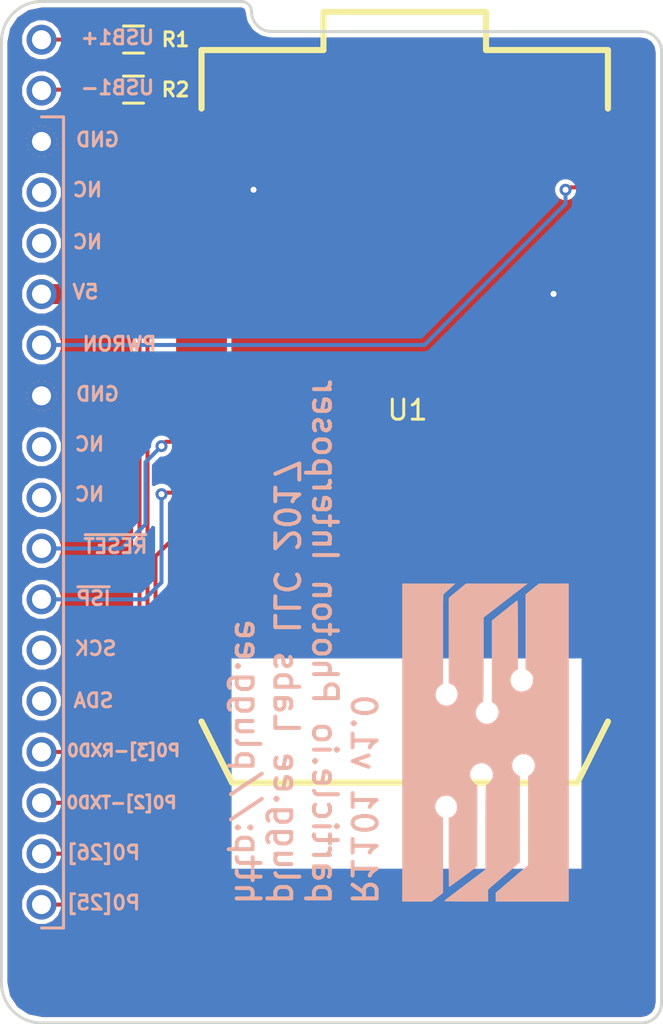
<source format=kicad_pcb>
(kicad_pcb (version 4) (host pcbnew 4.0.6-e0-6349~53~ubuntu14.04.1)

  (general
    (links 15)
    (no_connects 0)
    (area 125.924999 78.924999 159.075001 130.075001)
    (thickness 1.6)
    (drawings 12)
    (tracks 62)
    (zones 0)
    (modules 5)
    (nets 14)
  )

  (page A4)
  (layers
    (0 F.Cu signal hide)
    (31 B.Cu signal hide)
    (32 B.Adhes user)
    (33 F.Adhes user)
    (34 B.Paste user)
    (35 F.Paste user)
    (36 B.SilkS user)
    (37 F.SilkS user)
    (38 B.Mask user)
    (39 F.Mask user)
    (40 Dwgs.User user)
    (41 Cmts.User user)
    (42 Eco1.User user)
    (43 Eco2.User user)
    (44 Edge.Cuts user)
    (45 Margin user)
    (46 B.CrtYd user)
    (47 F.CrtYd user)
    (48 B.Fab user)
    (49 F.Fab user)
  )

  (setup
    (last_trace_width 0.2)
    (user_trace_width 0.2)
    (user_trace_width 0.3)
    (user_trace_width 0.5)
    (user_trace_width 1)
    (user_trace_width 1.5)
    (user_trace_width 2)
    (trace_clearance 0.2)
    (zone_clearance 0.22)
    (zone_45_only yes)
    (trace_min 0.2)
    (segment_width 0.2)
    (edge_width 0.15)
    (via_size 0.6)
    (via_drill 0.3)
    (via_min_size 0.4)
    (via_min_drill 0.3)
    (uvia_size 0.3)
    (uvia_drill 0.1)
    (uvias_allowed no)
    (uvia_min_size 0.2)
    (uvia_min_drill 0.1)
    (pcb_text_width 0.3)
    (pcb_text_size 1.5 1.5)
    (mod_edge_width 0.15)
    (mod_text_size 1 1)
    (mod_text_width 0.15)
    (pad_size 1.524 1.524)
    (pad_drill 0.762)
    (pad_to_mask_clearance 0.2)
    (aux_axis_origin 0 0)
    (visible_elements FFFFFF7F)
    (pcbplotparams
      (layerselection 0x010fc_80000001)
      (usegerberextensions false)
      (excludeedgelayer true)
      (linewidth 0.100000)
      (plotframeref false)
      (viasonmask false)
      (mode 1)
      (useauxorigin false)
      (hpglpennumber 1)
      (hpglpenspeed 20)
      (hpglpendiameter 15)
      (hpglpenoverlay 2)
      (psnegative false)
      (psa4output false)
      (plotreference true)
      (plotvalue true)
      (plotinvisibletext false)
      (padsonsilk false)
      (subtractmaskfromsilk false)
      (outputformat 1)
      (mirror false)
      (drillshape 0)
      (scaleselection 1)
      (outputdirectory Gerbers/))
  )

  (net 0 "")
  (net 1 GND)
  (net 2 /USB-)
  (net 3 /USB+)
  (net 4 /5V)
  (net 5 /~RST)
  (net 6 /~RESET)
  (net 7 /~ISP)
  (net 8 /SYSRXD0-PHOTONTX)
  (net 9 /SYSTXD0-PHOTONRX)
  (net 10 /P0[26])
  (net 11 /P0[25])
  (net 12 /pUSB+)
  (net 13 /pUSB-)

  (net_class Default "This is the default net class."
    (clearance 0.2)
    (trace_width 0.2)
    (via_dia 0.6)
    (via_drill 0.3)
    (uvia_dia 0.3)
    (uvia_drill 0.1)
    (add_net /5V)
    (add_net /P0[25])
    (add_net /P0[26])
    (add_net /SYSRXD0-PHOTONTX)
    (add_net /SYSTXD0-PHOTONRX)
    (add_net /USB+)
    (add_net /USB-)
    (add_net /pUSB+)
    (add_net /pUSB-)
    (add_net /~ISP)
    (add_net /~RESET)
    (add_net /~RST)
    (add_net GND)
  )

  (module Main:COMPUTE_MOD_1 (layer B.Cu) (tedit 58DDF980) (tstamp 58E1EAF7)
    (at 128 102.5)
    (path /58E1E7AC)
    (fp_text reference J1 (at -3.5 0 270) (layer B.SilkS) hide
      (effects (font (size 0.7 0.7) (thickness 0.15)) (justify mirror))
    )
    (fp_text value COMPUTE_MOD_1 (at -6.2 2.04) (layer B.Fab) hide
      (effects (font (size 0.2 0.2) (thickness 0.05)) (justify mirror))
    )
    (fp_text user USB1+ (at 3.8 -21.7) (layer B.SilkS)
      (effects (font (size 0.7 0.7) (thickness 0.15)) (justify mirror))
    )
    (fp_text user USB1- (at 3.8 -19.2) (layer B.SilkS)
      (effects (font (size 0.7 0.7) (thickness 0.15)) (justify mirror))
    )
    (fp_line (start 0 -17.74) (end 1.1 -17.74) (layer B.SilkS) (width 0.1524))
    (fp_line (start 1.1 -17.74) (end 1.1 -11.94) (layer B.SilkS) (width 0.1524))
    (fp_line (start 1.1 -11.94) (end 1.1 -6.54) (layer B.SilkS) (width 0.1524))
    (fp_line (start 1.1 -6.54) (end 1.1 -2.94) (layer B.SilkS) (width 0.1524))
    (fp_line (start 1.1 -2.94) (end 1.1 11.06) (layer B.SilkS) (width 0.1524))
    (fp_line (start 1.1 11.06) (end 1.1 21.56) (layer B.SilkS) (width 0.1524))
    (fp_line (start 1.1 21.56) (end 1.1 22.76) (layer B.SilkS) (width 0.1524))
    (fp_line (start 1.1 22.76) (end 0 22.76) (layer B.SilkS) (width 0.1524))
    (fp_text user P0[25] (at 3.1 21.5) (layer B.SilkS)
      (effects (font (size 0.7 0.7) (thickness 0.15)) (justify mirror))
    )
    (fp_text user P0[26] (at 3.1 19) (layer B.SilkS)
      (effects (font (size 0.7 0.7) (thickness 0.15)) (justify mirror))
    )
    (fp_text user P0[2]-TXD0 (at 4 16.5) (layer B.SilkS)
      (effects (font (size 0.6 0.6) (thickness 0.15)) (justify mirror))
    )
    (fp_text user P0[3]-RXD0 (at 4.1 13.9) (layer B.SilkS)
      (effects (font (size 0.6 0.6) (thickness 0.15)) (justify mirror))
    )
    (fp_text user SDA (at 2.6 11.4) (layer B.SilkS)
      (effects (font (size 0.7 0.7) (thickness 0.15)) (justify mirror))
    )
    (fp_text user SCK (at 2.7 8.8) (layer B.SilkS)
      (effects (font (size 0.7 0.7) (thickness 0.15)) (justify mirror))
    )
    (fp_text user ~ISP (at 2.6 6.3) (layer B.SilkS)
      (effects (font (size 0.7 0.7) (thickness 0.15)) (justify mirror))
    )
    (fp_text user ~RESET (at 3.7 3.7) (layer B.SilkS)
      (effects (font (size 0.7 0.7) (thickness 0.15)) (justify mirror))
    )
    (fp_text user NC (at 2.4 1.1) (layer B.SilkS)
      (effects (font (size 0.7 0.7) (thickness 0.15)) (justify mirror))
    )
    (fp_text user NC (at 2.4 -1.4) (layer B.SilkS)
      (effects (font (size 0.7 0.7) (thickness 0.15)) (justify mirror))
    )
    (fp_text user GND (at 2.8 -3.9) (layer B.SilkS)
      (effects (font (size 0.7 0.7) (thickness 0.15)) (justify mirror))
    )
    (fp_text user PWRON (at 3.9 -6.4) (layer B.SilkS)
      (effects (font (size 0.7 0.7) (thickness 0.15)) (justify mirror))
    )
    (fp_text user 5V (at 2.2 -9) (layer B.SilkS)
      (effects (font (size 0.7 0.7) (thickness 0.15)) (justify mirror))
    )
    (fp_text user NC (at 2.3 -11.5) (layer B.SilkS)
      (effects (font (size 0.7 0.7) (thickness 0.15)) (justify mirror))
    )
    (fp_text user NC (at 2.3 -14.1) (layer B.SilkS)
      (effects (font (size 0.7 0.7) (thickness 0.15)) (justify mirror))
    )
    (fp_text user GND (at 2.8 -16.6) (layer B.SilkS)
      (effects (font (size 0.7 0.7) (thickness 0.15)) (justify mirror))
    )
    (fp_line (start -2 22.4) (end -2 -22.4) (layer B.CrtYd) (width 0.1524))
    (fp_line (start -2 -22.4) (end 2 -22.4) (layer B.CrtYd) (width 0.1524))
    (fp_line (start 2 -22.4) (end 2 22.4) (layer B.CrtYd) (width 0.1524))
    (fp_line (start 2 22.4) (end -2 22.4) (layer B.CrtYd) (width 0.1524))
    (pad 1 thru_hole circle (at 0 -16.51) (size 1.5 1.5) (drill 0.95) (layers *.Cu *.Mask)
      (net 1 GND))
    (pad 2 thru_hole circle (at 0 -13.97) (size 1.5 1.5) (drill 0.95) (layers *.Cu *.Mask))
    (pad 3 thru_hole circle (at 0 -11.43) (size 1.5 1.5) (drill 0.95) (layers *.Cu *.Mask))
    (pad 4 thru_hole circle (at 0 -8.89) (size 1.5 1.5) (drill 0.95) (layers *.Cu *.Mask)
      (net 4 /5V))
    (pad 5 thru_hole circle (at 0 -6.35) (size 1.5 1.5) (drill 0.95) (layers *.Cu *.Mask)
      (net 5 /~RST))
    (pad 6 thru_hole circle (at 0 -3.81) (size 1.5 1.5) (drill 0.95) (layers *.Cu *.Mask)
      (net 1 GND))
    (pad 7 thru_hole circle (at 0 -1.27) (size 1.5 1.5) (drill 0.95) (layers *.Cu *.Mask))
    (pad 8 thru_hole circle (at 0 1.27) (size 1.5 1.5) (drill 0.95) (layers *.Cu *.Mask))
    (pad 9 thru_hole circle (at 0 3.81) (size 1.5 1.5) (drill 0.95) (layers *.Cu *.Mask)
      (net 6 /~RESET))
    (pad 10 thru_hole circle (at 0 6.35) (size 1.5 1.5) (drill 0.95) (layers *.Cu *.Mask)
      (net 7 /~ISP))
    (pad 11 thru_hole circle (at 0 8.89) (size 1.5 1.5) (drill 0.95) (layers *.Cu *.Mask))
    (pad 12 thru_hole circle (at 0 11.43) (size 1.5 1.5) (drill 0.95) (layers *.Cu *.Mask))
    (pad 13 thru_hole circle (at 0 13.97) (size 1.5 1.5) (drill 0.95) (layers *.Cu *.Mask)
      (net 8 /SYSRXD0-PHOTONTX))
    (pad 14 thru_hole circle (at 0 16.51) (size 1.5 1.5) (drill 0.95) (layers *.Cu *.Mask)
      (net 9 /SYSTXD0-PHOTONRX))
    (pad 15 thru_hole circle (at 0 19.05) (size 1.5 1.5) (drill 0.95) (layers *.Cu *.Mask)
      (net 10 /P0[26]))
    (pad 16 thru_hole circle (at 0 21.59) (size 1.5 1.5) (drill 0.95) (layers *.Cu *.Mask)
      (net 11 /P0[25]))
    (pad 17 thru_hole circle (at 0 -19.05) (size 1.5 1.5) (drill 0.95) (layers *.Cu *.Mask)
      (net 2 /USB-))
    (pad 18 thru_hole circle (at 0 -21.59) (size 1.5 1.5) (drill 0.95) (layers *.Cu *.Mask)
      (net 3 /USB+))
  )

  (module Main:RESC0603 (layer F.Cu) (tedit 58E1F672) (tstamp 58E2006F)
    (at 132.6 80.9)
    (descr "Resistor SMD 0603, reflow soldering, Vishay (see dcrcw.pdf)")
    (tags "resistor 0603")
    (path /58E1FED3)
    (attr smd)
    (fp_text reference R1 (at 2.1 0) (layer F.SilkS)
      (effects (font (size 0.7 0.7) (thickness 0.15)))
    )
    (fp_text value RC0603FR-070RL (at 0 0.508) (layer F.Fab)
      (effects (font (size 0.127 0.127) (thickness 0.03)))
    )
    (fp_line (start -1.3 -0.8) (end 1.3 -0.8) (layer F.CrtYd) (width 0.05))
    (fp_line (start -1.3 0.8) (end 1.3 0.8) (layer F.CrtYd) (width 0.05))
    (fp_line (start -1.3 -0.8) (end -1.3 0.8) (layer F.CrtYd) (width 0.05))
    (fp_line (start 1.3 -0.8) (end 1.3 0.8) (layer F.CrtYd) (width 0.05))
    (fp_line (start 0.5 0.675) (end -0.5 0.675) (layer F.SilkS) (width 0.15))
    (fp_line (start -0.5 -0.675) (end 0.5 -0.675) (layer F.SilkS) (width 0.15))
    (pad 1 smd rect (at -0.7745 0) (size 0.787 0.864) (layers F.Cu F.Paste F.Mask)
      (net 3 /USB+))
    (pad 2 smd rect (at 0.7745 0) (size 0.787 0.864) (layers F.Cu F.Paste F.Mask)
      (net 12 /pUSB+))
    (model main.3dshapes/RESC0603.wrl
      (at (xyz 0 0 0))
      (scale (xyz 1 1 1))
      (rotate (xyz 0 0 0))
    )
  )

  (module Main:RESC0603 (layer F.Cu) (tedit 58E1F66B) (tstamp 58E2007B)
    (at 132.6 83.4)
    (descr "Resistor SMD 0603, reflow soldering, Vishay (see dcrcw.pdf)")
    (tags "resistor 0603")
    (path /58E1FFE5)
    (attr smd)
    (fp_text reference R2 (at 2.1 0) (layer F.SilkS)
      (effects (font (size 0.7 0.7) (thickness 0.15)))
    )
    (fp_text value RC0603FR-070RL (at 0 0.508) (layer F.Fab)
      (effects (font (size 0.127 0.127) (thickness 0.03)))
    )
    (fp_line (start -1.3 -0.8) (end 1.3 -0.8) (layer F.CrtYd) (width 0.05))
    (fp_line (start -1.3 0.8) (end 1.3 0.8) (layer F.CrtYd) (width 0.05))
    (fp_line (start -1.3 -0.8) (end -1.3 0.8) (layer F.CrtYd) (width 0.05))
    (fp_line (start 1.3 -0.8) (end 1.3 0.8) (layer F.CrtYd) (width 0.05))
    (fp_line (start 0.5 0.675) (end -0.5 0.675) (layer F.SilkS) (width 0.15))
    (fp_line (start -0.5 -0.675) (end 0.5 -0.675) (layer F.SilkS) (width 0.15))
    (pad 1 smd rect (at -0.7745 0) (size 0.787 0.864) (layers F.Cu F.Paste F.Mask)
      (net 2 /USB-))
    (pad 2 smd rect (at 0.7745 0) (size 0.787 0.864) (layers F.Cu F.Paste F.Mask)
      (net 13 /pUSB-))
    (model main.3dshapes/RESC0603.wrl
      (at (xyz 0 0 0))
      (scale (xyz 1 1 1))
      (rotate (xyz 0 0 0))
    )
  )

  (module Main:PHOTON_SMD (layer F.Cu) (tedit 58E1EAC4) (tstamp 58E1F5DE)
    (at 136 118)
    (path /58E1F8F8)
    (fp_text reference U1 (at 10.3 -18.6) (layer F.SilkS)
      (effects (font (size 1 1) (thickness 0.15)))
    )
    (fp_text value PHOTON_SMD (at 10.7 -16.8) (layer F.Fab) hide
      (effects (font (size 1 1) (thickness 0.15)))
    )
    (fp_line (start 6.096 -38.481) (end 6.096 -36.576) (layer F.SilkS) (width 0.3048))
    (fp_line (start 14.224 -36.576) (end 14.224 -38.481) (layer F.SilkS) (width 0.3048))
    (fp_line (start 14.224 -38.481) (end 6.096 -38.481) (layer F.SilkS) (width 0.3048))
    (fp_line (start 0 -36.576) (end 6.096 -36.576) (layer F.SilkS) (width 0.3048))
    (fp_line (start 14.224 -36.576) (end 20.32 -36.576) (layer F.SilkS) (width 0.3048))
    (fp_line (start 0 -3.048) (end 1.524 0) (layer F.SilkS) (width 0.3048))
    (fp_line (start 1.524 0) (end 18.796 0) (layer F.SilkS) (width 0.3048))
    (fp_line (start 18.796 0) (end 20.32 -3.048) (layer F.SilkS) (width 0.3048))
    (fp_line (start 0 -32.639) (end 0 -36.576) (layer Dwgs.User) (width 0.3048))
    (fp_line (start 0 -36.576) (end 0 -33.655) (layer F.SilkS) (width 0.3048))
    (fp_line (start 20.32 -36.576) (end 20.32 -33.655) (layer F.SilkS) (width 0.3048))
    (fp_line (start 0 -3.048) (end 1.524 0) (layer Dwgs.User) (width 0.3048))
    (fp_line (start 1.524 0) (end 18.796 0) (layer Dwgs.User) (width 0.3048))
    (fp_line (start 18.796 0) (end 20.32 -3.048) (layer Dwgs.User) (width 0.3048))
    (fp_line (start 20.32 -36.576) (end 14.224 -36.576) (layer Dwgs.User) (width 0.3048))
    (fp_line (start 14.224 -36.576) (end 14.224 -38.481) (layer Dwgs.User) (width 0.3048))
    (fp_line (start 14.224 -38.481) (end 6.096 -38.481) (layer Dwgs.User) (width 0.3048))
    (fp_line (start 6.096 -38.481) (end 6.096 -36.576) (layer Dwgs.User) (width 0.3048))
    (fp_line (start 6.096 -36.576) (end 0 -36.576) (layer Dwgs.User) (width 0.3048))
    (fp_text user "GROUND PLANE AND SIGNAL KEEP OUT RECOMMENDED ON ALL LAYERS" (at 3.302 -1.27) (layer Dwgs.User)
      (effects (font (size 0.57912 0.57912) (thickness 0.048768)) (justify left bottom))
    )
    (fp_line (start 1.524 -5.588) (end 1.524 3.556) (layer Dwgs.User) (width 0.127))
    (fp_line (start 1.524 3.556) (end 18.796 3.556) (layer Dwgs.User) (width 0.127))
    (fp_line (start 18.796 3.556) (end 18.796 -5.588) (layer Dwgs.User) (width 0.127))
    (fp_line (start 18.796 -5.588) (end 1.524 -5.588) (layer Dwgs.User) (width 0.127))
    (fp_line (start 1.27 -3.302) (end 2.286 -3.302) (layer Dwgs.User) (width 0.127))
    (fp_line (start 2.286 -3.302) (end 2.286 -7.874) (layer Dwgs.User) (width 0.127))
    (fp_line (start 2.286 -7.874) (end 2.286 -33.274) (layer Dwgs.User) (width 0.127))
    (fp_line (start 2.286 -33.274) (end 1.27 -33.274) (layer Dwgs.User) (width 0.127))
    (fp_line (start 1.27 -33.274) (end 1.27 -3.302) (layer Dwgs.User) (width 0.127))
    (fp_line (start 19.05 -33.274) (end 18.034 -33.274) (layer Dwgs.User) (width 0.127))
    (fp_line (start 18.034 -33.274) (end 18.034 -7.874) (layer Dwgs.User) (width 0.127))
    (fp_line (start 18.034 -7.874) (end 18.034 -3.302) (layer Dwgs.User) (width 0.127))
    (fp_line (start 18.034 -3.302) (end 19.05 -3.302) (layer Dwgs.User) (width 0.127))
    (fp_line (start 19.05 -3.302) (end 19.05 -33.274) (layer Dwgs.User) (width 0.127))
    (fp_text user "KEEP OUT, EXPOSED\nCOPPER ON PHOTON" (at 5.842 -7.112) (layer Dwgs.User)
      (effects (font (size 0.57912 0.57912) (thickness 0.048768)) (justify left bottom))
    )
    (fp_line (start 5.334 -7.874) (end 2.286 -7.874) (layer Dwgs.User) (width 0.127))
    (fp_line (start 15.494 -7.874) (end 18.034 -7.874) (layer Dwgs.User) (width 0.127))
    (fp_arc (start 0 -32.258) (end 0 -32.639) (angle 180) (layer Dwgs.User) (width 0.3048))
    (fp_arc (start 0 -29.718) (end 0 -30.099) (angle 180) (layer Dwgs.User) (width 0.3048))
    (fp_arc (start 0 -27.178) (end 0 -27.559) (angle 180) (layer Dwgs.User) (width 0.3048))
    (fp_arc (start 0 -24.638) (end 0 -25.019) (angle 180) (layer Dwgs.User) (width 0.3048))
    (fp_arc (start 0 -22.098) (end 0 -22.479) (angle 180) (layer Dwgs.User) (width 0.3048))
    (fp_arc (start 0 -19.558) (end 0 -19.939) (angle 180) (layer Dwgs.User) (width 0.3048))
    (fp_arc (start 0 -17.018) (end 0 -17.399) (angle 180) (layer Dwgs.User) (width 0.3048))
    (fp_arc (start 0 -14.478) (end 0 -14.859) (angle 180) (layer Dwgs.User) (width 0.3048))
    (fp_arc (start 0 -11.938) (end 0 -12.319) (angle 180) (layer Dwgs.User) (width 0.3048))
    (fp_arc (start 0 -9.398) (end 0 -9.779) (angle 180) (layer Dwgs.User) (width 0.3048))
    (fp_arc (start 0 -6.858) (end 0 -7.239) (angle 180) (layer Dwgs.User) (width 0.3048))
    (fp_arc (start 0 -4.318) (end 0 -4.699) (angle 180) (layer Dwgs.User) (width 0.3048))
    (fp_line (start 0 -3.048) (end 0 -3.937) (layer Dwgs.User) (width 0.3048))
    (fp_line (start 0 -4.699) (end 0 -6.477) (layer Dwgs.User) (width 0.3048))
    (fp_line (start 0 -7.239) (end 0 -9.017) (layer Dwgs.User) (width 0.3048))
    (fp_line (start 0 -9.779) (end 0 -11.557) (layer Dwgs.User) (width 0.3048))
    (fp_line (start 0 -12.319) (end 0 -14.097) (layer Dwgs.User) (width 0.3048))
    (fp_line (start 0 -14.859) (end 0 -16.637) (layer Dwgs.User) (width 0.3048))
    (fp_line (start 0 -17.399) (end 0 -19.177) (layer Dwgs.User) (width 0.3048))
    (fp_line (start 0 -19.939) (end 0 -21.717) (layer Dwgs.User) (width 0.3048))
    (fp_line (start 0 -22.479) (end 0 -24.257) (layer Dwgs.User) (width 0.3048))
    (fp_line (start 0 -25.019) (end 0 -26.797) (layer Dwgs.User) (width 0.3048))
    (fp_line (start 0 -27.559) (end 0 -29.337) (layer Dwgs.User) (width 0.3048))
    (fp_line (start 0 -30.099) (end 0 -31.877) (layer Dwgs.User) (width 0.3048))
    (fp_line (start 20.32 -32.639) (end 20.32 -36.576) (layer Dwgs.User) (width 0.3048))
    (fp_arc (start 20.32 -32.258) (end 20.32 -32.639) (angle -180) (layer Dwgs.User) (width 0.3048))
    (fp_arc (start 20.32 -29.718) (end 20.32 -30.099) (angle -180) (layer Dwgs.User) (width 0.3048))
    (fp_arc (start 20.32 -27.178) (end 20.32 -27.559) (angle -180) (layer Dwgs.User) (width 0.3048))
    (fp_arc (start 20.32 -24.638) (end 20.32 -25.019) (angle -180) (layer Dwgs.User) (width 0.3048))
    (fp_arc (start 20.32 -22.098) (end 20.32 -22.479) (angle -180) (layer Dwgs.User) (width 0.3048))
    (fp_arc (start 20.32 -19.558) (end 20.32 -19.939) (angle -180) (layer Dwgs.User) (width 0.3048))
    (fp_arc (start 20.32 -17.018) (end 20.32 -17.399) (angle -180) (layer Dwgs.User) (width 0.3048))
    (fp_arc (start 20.32 -14.478) (end 20.32 -14.859) (angle -180) (layer Dwgs.User) (width 0.3048))
    (fp_arc (start 20.32 -11.938) (end 20.32 -12.319) (angle -180) (layer Dwgs.User) (width 0.3048))
    (fp_arc (start 20.32 -9.398) (end 20.32 -9.779) (angle -180) (layer Dwgs.User) (width 0.3048))
    (fp_arc (start 20.32 -6.858) (end 20.32 -7.239) (angle -180) (layer Dwgs.User) (width 0.3048))
    (fp_arc (start 20.32 -4.318) (end 20.32 -4.699) (angle -180) (layer Dwgs.User) (width 0.3048))
    (fp_line (start 20.32 -3.048) (end 20.32 -3.937) (layer Dwgs.User) (width 0.3048))
    (fp_line (start 20.32 -4.699) (end 20.32 -6.477) (layer Dwgs.User) (width 0.3048))
    (fp_line (start 20.32 -7.239) (end 20.32 -9.017) (layer Dwgs.User) (width 0.3048))
    (fp_line (start 20.32 -9.779) (end 20.32 -11.557) (layer Dwgs.User) (width 0.3048))
    (fp_line (start 20.32 -12.319) (end 20.32 -14.097) (layer Dwgs.User) (width 0.3048))
    (fp_line (start 20.32 -14.859) (end 20.32 -16.637) (layer Dwgs.User) (width 0.3048))
    (fp_line (start 20.32 -17.399) (end 20.32 -19.177) (layer Dwgs.User) (width 0.3048))
    (fp_line (start 20.32 -19.939) (end 20.32 -21.717) (layer Dwgs.User) (width 0.3048))
    (fp_line (start 20.32 -22.479) (end 20.32 -24.257) (layer Dwgs.User) (width 0.3048))
    (fp_line (start 20.32 -25.019) (end 20.32 -26.797) (layer Dwgs.User) (width 0.3048))
    (fp_line (start 20.32 -27.559) (end 20.32 -29.337) (layer Dwgs.User) (width 0.3048))
    (fp_line (start 20.32 -30.099) (end 20.32 -31.877) (layer Dwgs.User) (width 0.3048))
    (pad 1 smd rect (at 0 -32.258) (size 2.54 2.032) (layers F.Cu F.Paste F.Mask)
      (net 4 /5V))
    (pad 2 smd rect (at 0 -29.718) (size 2.54 2.032) (layers F.Cu F.Paste F.Mask)
      (net 1 GND))
    (pad 3 smd rect (at 0 -27.178) (size 2.54 2.032) (layers F.Cu F.Paste F.Mask)
      (net 8 /SYSRXD0-PHOTONTX))
    (pad 4 smd rect (at 0 -24.638) (size 2.54 2.032) (layers F.Cu F.Paste F.Mask)
      (net 9 /SYSTXD0-PHOTONRX))
    (pad 5 smd rect (at 0 -22.098) (size 2.54 2.032) (layers F.Cu F.Paste F.Mask))
    (pad 6 smd rect (at 0 -19.558) (size 2.54 2.032) (layers F.Cu F.Paste F.Mask))
    (pad 7 smd rect (at 0 -17.018) (size 2.54 2.032) (layers F.Cu F.Paste F.Mask)
      (net 6 /~RESET))
    (pad 8 smd rect (at 0 -14.478) (size 2.54 2.032) (layers F.Cu F.Paste F.Mask)
      (net 7 /~ISP))
    (pad 9 smd rect (at 0 -11.938) (size 2.54 2.032) (layers F.Cu F.Paste F.Mask)
      (net 10 /P0[26]))
    (pad 10 smd rect (at 0 -9.398) (size 2.54 2.032) (layers F.Cu F.Paste F.Mask)
      (net 11 /P0[25]))
    (pad 11 smd rect (at 0 -6.858) (size 2.54 2.032) (layers F.Cu F.Paste F.Mask))
    (pad 12 smd rect (at 0 -4.318) (size 2.54 2.032) (layers F.Cu F.Paste F.Mask))
    (pad 13 smd rect (at 20.32 -4.318) (size 2.54 2.032) (layers F.Cu F.Paste F.Mask))
    (pad 14 smd rect (at 20.32 -6.858) (size 2.54 2.032) (layers F.Cu F.Paste F.Mask))
    (pad 15 smd rect (at 20.32 -9.398) (size 2.54 2.032) (layers F.Cu F.Paste F.Mask))
    (pad 16 smd rect (at 20.32 -11.938) (size 2.54 2.032) (layers F.Cu F.Paste F.Mask))
    (pad 17 smd rect (at 20.32 -14.478) (size 2.54 2.032) (layers F.Cu F.Paste F.Mask))
    (pad 18 smd rect (at 20.32 -17.018) (size 2.54 2.032) (layers F.Cu F.Paste F.Mask))
    (pad 19 smd rect (at 20.32 -19.558) (size 2.54 2.032) (layers F.Cu F.Paste F.Mask))
    (pad 20 smd rect (at 20.32 -22.098) (size 2.54 2.032) (layers F.Cu F.Paste F.Mask))
    (pad 21 smd rect (at 20.32 -24.638) (size 2.54 2.032) (layers F.Cu F.Paste F.Mask)
      (net 1 GND))
    (pad 22 smd rect (at 20.32 -27.178) (size 2.54 2.032) (layers F.Cu F.Paste F.Mask))
    (pad 23 smd rect (at 20.32 -29.718) (size 2.54 2.032) (layers F.Cu F.Paste F.Mask)
      (net 5 /~RST))
    (pad 24 smd rect (at 20.32 -32.258) (size 2.54 2.032) (layers F.Cu F.Paste F.Mask))
    (pad 29 smd rect (at 16.51 -32.258) (size 1.143 1.143) (layers F.Cu F.Paste F.Mask))
    (pad 28 smd rect (at 16.51 -29.718) (size 1.143 1.143) (layers F.Cu F.Paste F.Mask))
    (pad 26 smd rect (at 3.81 -24.638) (size 1.778 1.778) (layers F.Cu F.Paste F.Mask))
    (pad 25 smd rect (at 3.81 -32.258) (size 1.778 1.778) (layers F.Cu F.Paste F.Mask))
    (pad 27 smd rect (at 3.81 -14.478) (size 1.143 1.143) (layers F.Cu F.Paste F.Mask))
    (pad 31 smd rect (at 9.144 -35.052) (size 1.524 1.778) (layers F.Cu F.Paste F.Mask)
      (net 12 /pUSB+))
    (pad 30 smd rect (at 11.176 -35.052) (size 1.524 1.778) (layers F.Cu F.Paste F.Mask)
      (net 13 /pUSB-))
  )

  (module pluggee:pluggeeLabsIcon-16X8 (layer B.Cu) (tedit 0) (tstamp 58E2B7C8)
    (at 150.2 116 90)
    (path /58E2B7DC)
    (fp_text reference A1 (at 0 0 90) (layer B.SilkS) hide
      (effects (font (thickness 0.3)) (justify mirror))
    )
    (fp_text value ART (at 0.75 0 90) (layer B.SilkS) hide
      (effects (font (thickness 0.3)) (justify mirror))
    )
    (fp_poly (pts (xy 7.9375 2.672447) (xy 7.391846 2.000251) (xy 5.524684 2.00025) (xy 3.657522 2.00025)
      (xy 3.593078 2.109474) (xy 3.52497 2.195927) (xy 3.432187 2.280637) (xy 3.399991 2.30383)
      (xy 3.316515 2.352706) (xy 3.240573 2.375634) (xy 3.144042 2.378874) (xy 3.079872 2.375112)
      (xy 2.891651 2.333311) (xy 2.736834 2.241349) (xy 2.622568 2.10544) (xy 2.556003 1.931796)
      (xy 2.553114 1.917327) (xy 2.546188 1.737138) (xy 2.590288 1.579105) (xy 2.675815 1.4471)
      (xy 2.793167 1.344997) (xy 2.932745 1.276667) (xy 3.084946 1.245984) (xy 3.240171 1.25682)
      (xy 3.38882 1.313047) (xy 3.521291 1.418539) (xy 3.585131 1.501041) (xy 3.661888 1.619251)
      (xy 5.388818 1.619251) (xy 5.776474 1.618983) (xy 6.104767 1.618114) (xy 6.377835 1.61655)
      (xy 6.599813 1.614192) (xy 6.774837 1.610945) (xy 6.907042 1.606712) (xy 7.000566 1.601397)
      (xy 7.059543 1.594903) (xy 7.08811 1.587134) (xy 7.091638 1.579563) (xy 7.065771 1.544591)
      (xy 7.005869 1.467368) (xy 6.917656 1.355153) (xy 6.806857 1.215207) (xy 6.679194 1.054789)
      (xy 6.57845 0.928688) (xy 6.089372 0.317501) (xy 4.052748 0.317701) (xy 2.016125 0.317902)
      (xy 1.962419 0.412289) (xy 1.861679 0.529425) (xy 1.722559 0.611213) (xy 1.562839 0.65194)
      (xy 1.400298 0.645894) (xy 1.315286 0.620207) (xy 1.142547 0.516676) (xy 1.016597 0.370744)
      (xy 0.964805 0.264947) (xy 0.929341 0.094751) (xy 0.947704 -0.069007) (xy 1.01162 -0.217747)
      (xy 1.112814 -0.34289) (xy 1.243011 -0.435856) (xy 1.393938 -0.488067) (xy 1.557318 -0.490942)
      (xy 1.666226 -0.46231) (xy 1.752506 -0.416273) (xy 1.847441 -0.346197) (xy 1.935782 -0.266066)
      (xy 2.00228 -0.189862) (xy 2.031684 -0.131569) (xy 2.032 -0.126908) (xy 2.063614 -0.119836)
      (xy 2.157925 -0.113631) (xy 2.314135 -0.108305) (xy 2.531448 -0.103871) (xy 2.809065 -0.10034)
      (xy 3.14619 -0.097725) (xy 3.542025 -0.096037) (xy 3.995772 -0.095289) (xy 4.137175 -0.09525)
      (xy 6.242351 -0.095249) (xy 7.089925 1.003648) (xy 7.9375 2.102545) (xy 7.9375 -0.977376)
      (xy 7.580312 -1.408741) (xy 7.223125 -1.840105) (xy 5.090399 -1.840802) (xy 2.957674 -1.8415)
      (xy 2.922728 -1.735612) (xy 2.845738 -1.592506) (xy 2.729856 -1.488125) (xy 2.587116 -1.423263)
      (xy 2.429552 -1.398715) (xy 2.269197 -1.415274) (xy 2.118086 -1.473735) (xy 1.988253 -1.574891)
      (xy 1.91778 -1.669291) (xy 1.850254 -1.839804) (xy 1.839916 -2.010188) (xy 1.881276 -2.170131)
      (xy 1.968845 -2.309316) (xy 2.097132 -2.417429) (xy 2.260649 -2.484157) (xy 2.359484 -2.499199)
      (xy 2.540921 -2.482357) (xy 2.701006 -2.407286) (xy 2.832592 -2.277645) (xy 2.854881 -2.245459)
      (xy 2.931638 -2.12725) (xy 5.162894 -2.12725) (xy 5.59363 -2.127189) (xy 5.965311 -2.126931)
      (xy 6.282381 -2.126361) (xy 6.549286 -2.125366) (xy 6.770468 -2.123831) (xy 6.950374 -2.121642)
      (xy 7.093448 -2.118685) (xy 7.204134 -2.114845) (xy 7.286877 -2.110009) (xy 7.346122 -2.104062)
      (xy 7.386313 -2.096891) (xy 7.411895 -2.08838) (xy 7.427313 -2.078416) (xy 7.435637 -2.068873)
      (xy 7.47392 -2.021825) (xy 7.544397 -1.941065) (xy 7.635882 -1.839258) (xy 7.707312 -1.761298)
      (xy 7.9375 -1.512098) (xy 7.9375 -4.15925) (xy -7.9375 -4.15925) (xy -7.9375 -2.688196)
      (xy -7.509706 -2.12725) (xy -5.63124 -2.12725) (xy -3.752773 -2.127249) (xy -3.688329 -2.236473)
      (xy -3.571643 -2.37785) (xy -3.423244 -2.472213) (xy -3.255893 -2.515964) (xy -3.082352 -2.505506)
      (xy -2.935025 -2.448817) (xy -2.78592 -2.335518) (xy -2.692871 -2.193123) (xy -2.653784 -2.018042)
      (xy -2.652212 -1.964385) (xy -2.658491 -1.84716) (xy -2.681995 -1.763529) (xy -2.73228 -1.684047)
      (xy -2.750828 -1.660542) (xy -2.881344 -1.528115) (xy -3.019707 -1.451293) (xy -3.180728 -1.422562)
      (xy -3.221213 -1.421954) (xy -3.40284 -1.448299) (xy -3.555673 -1.51942) (xy -3.669787 -1.628645)
      (xy -3.734757 -1.767283) (xy -3.753384 -1.8415) (xy -5.480317 -1.8415) (xy -5.804828 -1.84115)
      (xy -6.109463 -1.840144) (xy -6.38846 -1.838547) (xy -6.636056 -1.836426) (xy -6.846485 -1.833845)
      (xy -7.013986 -1.830869) (xy -7.132794 -1.827565) (xy -7.197146 -1.823999) (xy -7.207251 -1.821876)
      (xy -7.189178 -1.792127) (xy -7.138199 -1.718128) (xy -7.059177 -1.606677) (xy -6.956972 -1.464575)
      (xy -6.836444 -1.298619) (xy -6.702454 -1.115609) (xy -6.696495 -1.107501) (xy -6.185739 -0.41275)
      (xy -2.125889 -0.41275) (xy -2.090247 -0.490975) (xy -2.027738 -0.573654) (xy -1.924235 -0.657612)
      (xy -1.800249 -0.728336) (xy -1.703337 -0.76475) (xy -1.545731 -0.777984) (xy -1.393042 -0.737467)
      (xy -1.255042 -0.652763) (xy -1.141503 -0.533435) (xy -1.062197 -0.389048) (xy -1.026896 -0.229165)
      (xy -1.034201 -0.109895) (xy -1.094207 0.056773) (xy -1.199417 0.19582) (xy -1.337729 0.299435)
      (xy -1.497039 0.359809) (xy -1.665245 0.36913) (xy -1.74984 0.351926) (xy -1.85936 0.303082)
      (xy -1.968986 0.228669) (xy -2.059232 0.144309) (xy -2.110612 0.065628) (xy -2.111996 0.061545)
      (xy -2.117415 0.049345) (xy -2.12838 0.038873) (xy -2.149438 0.029997) (xy -2.185134 0.022586)
      (xy -2.240013 0.016507) (xy -2.318623 0.01163) (xy -2.425507 0.00782) (xy -2.565212 0.004948)
      (xy -2.742284 0.002881) (xy -2.961268 0.001487) (xy -3.226711 0.000633) (xy -3.543157 0.000189)
      (xy -3.915152 0.000023) (xy -4.232906 0) (xy -6.334282 0) (xy -7.096204 -1.005741)
      (xy -7.264754 -1.228202) (xy -7.422305 -1.436092) (xy -7.564506 -1.623676) (xy -7.687006 -1.785216)
      (xy -7.785453 -1.914975) (xy -7.855499 -2.007217) (xy -7.892791 -2.056203) (xy -7.896803 -2.061429)
      (xy -7.907366 -2.063054) (xy -7.91597 -2.034729) (xy -7.922793 -1.971604) (xy -7.928017 -1.868832)
      (xy -7.931821 -1.72156) (xy -7.934385 -1.524941) (xy -7.935889 -1.274125) (xy -7.936491 -0.992187)
      (xy -7.9375 0.127) (xy -7.33864 0.127) (xy -6.661758 0.919663) (xy -5.984875 1.712326)
      (xy -3.836949 1.713413) (xy -1.689023 1.714501) (xy -1.624579 1.605277) (xy -1.511671 1.469556)
      (xy -1.363986 1.373267) (xy -1.198946 1.326564) (xy -1.141587 1.323789) (xy -0.969591 1.351361)
      (xy -0.819933 1.431996) (xy -0.689389 1.562438) (xy -0.604399 1.712563) (xy -0.574047 1.873662)
      (xy -0.593346 2.034858) (xy -0.657311 2.185273) (xy -0.760959 2.314027) (xy -0.899304 2.410244)
      (xy -1.067361 2.463044) (xy -1.104094 2.467437) (xy -1.265806 2.454635) (xy -1.421591 2.395068)
      (xy -1.550438 2.298656) (xy -1.603375 2.231661) (xy -1.666875 2.129697) (xy -3.893755 2.128474)
      (xy -6.120634 2.12725) (xy -6.811924 1.317625) (xy -7.503215 0.508) (xy -7.9375 0.508)
      (xy -7.9375 4.15925) (xy 7.9375 4.15925) (xy 7.9375 2.672447)) (layer B.SilkS) (width 0.01))
  )

  (gr_text "R1101 v1.0\nparticle.io Photon Interposer\nplugg.ee Labs LLC 2017\nhttp://plugg.ee" (at 141.2 124.2 270) (layer B.SilkS)
    (effects (font (size 1.2 1.2) (thickness 0.2)) (justify left mirror))
  )
  (gr_arc (start 128 128) (end 128 130) (angle 90) (layer Edge.Cuts) (width 0.15) (tstamp 58E1F2CC))
  (gr_line (start 158 130) (end 128 130) (angle 90) (layer Edge.Cuts) (width 0.15))
  (gr_arc (start 158 129) (end 159 129) (angle 90) (layer Edge.Cuts) (width 0.15) (tstamp 58E1F2AA))
  (gr_line (start 159 81.5) (end 159 129) (angle 90) (layer Edge.Cuts) (width 0.15))
  (gr_arc (start 158 81.5) (end 158 80.5) (angle 90) (layer Edge.Cuts) (width 0.15) (tstamp 58E1F20F))
  (gr_line (start 139.5 80.5) (end 158 80.5) (angle 90) (layer Edge.Cuts) (width 0.15))
  (gr_arc (start 139.5 79.5) (end 138.5 79.5) (angle -90) (layer Edge.Cuts) (width 0.15) (tstamp 58E1F1E8))
  (gr_arc (start 138 79.5) (end 138.5 79.5) (angle -90) (layer Edge.Cuts) (width 0.15))
  (gr_line (start 128 79) (end 138 79) (angle 90) (layer Edge.Cuts) (width 0.15))
  (gr_arc (start 128 81) (end 126 81) (angle 90) (layer Edge.Cuts) (width 0.15))
  (gr_line (start 126 81) (end 126 128) (angle 90) (layer Edge.Cuts) (width 0.15))

  (segment (start 156.32 93.362) (end 153.838 93.362) (width 1) (layer F.Cu) (net 1))
  (via (at 153.6 93.6) (size 0.6) (drill 0.3) (layers F.Cu B.Cu) (net 1))
  (segment (start 153.838 93.362) (end 153.6 93.6) (width 1) (layer F.Cu) (net 1) (tstamp 58E1F9DC))
  (segment (start 136 88.282) (end 138.482 88.282) (width 1) (layer F.Cu) (net 1))
  (via (at 138.6 88.4) (size 0.6) (drill 0.3) (layers F.Cu B.Cu) (net 1))
  (segment (start 138.482 88.282) (end 138.6 88.4) (width 1) (layer F.Cu) (net 1) (tstamp 58E1F9D8))
  (segment (start 131.8255 83.4) (end 128.05 83.4) (width 0.2) (layer F.Cu) (net 2))
  (segment (start 128.05 83.4) (end 128 83.45) (width 0.2) (layer F.Cu) (net 2) (tstamp 58E1F98E))
  (segment (start 131.8255 80.9) (end 128.01 80.9) (width 0.2) (layer F.Cu) (net 3))
  (segment (start 128.01 80.9) (end 128 80.91) (width 0.2) (layer F.Cu) (net 3) (tstamp 58E1F991))
  (segment (start 128 93.61) (end 129.69 93.61) (width 1) (layer F.Cu) (net 4))
  (segment (start 131.358 85.742) (end 136 85.742) (width 1) (layer F.Cu) (net 4) (tstamp 58E1F997))
  (segment (start 130.8 86.3) (end 131.358 85.742) (width 1) (layer F.Cu) (net 4) (tstamp 58E1F996))
  (segment (start 130.8 92.5) (end 130.8 86.3) (width 1) (layer F.Cu) (net 4) (tstamp 58E1F995))
  (segment (start 129.69 93.61) (end 130.8 92.5) (width 1) (layer F.Cu) (net 4) (tstamp 58E1F994))
  (segment (start 128 96.15) (end 147.15 96.15) (width 0.2) (layer B.Cu) (net 5))
  (segment (start 154.318 88.282) (end 156.32 88.282) (width 0.2) (layer F.Cu) (net 5) (tstamp 58E1FA15))
  (segment (start 154.2 88.4) (end 154.318 88.282) (width 0.2) (layer F.Cu) (net 5) (tstamp 58E1FA14))
  (via (at 154.2 88.4) (size 0.6) (drill 0.3) (layers F.Cu B.Cu) (net 5))
  (segment (start 154.2 89.1) (end 154.2 88.4) (width 0.2) (layer B.Cu) (net 5) (tstamp 58E1FA12))
  (segment (start 147.15 96.15) (end 154.2 89.1) (width 0.2) (layer B.Cu) (net 5) (tstamp 58E1FA10))
  (segment (start 128 106.31) (end 131.99 106.31) (width 0.2) (layer B.Cu) (net 6))
  (segment (start 134.218 100.982) (end 136 100.982) (width 0.2) (layer F.Cu) (net 6) (tstamp 58E1FA0D))
  (segment (start 134 101.2) (end 134.218 100.982) (width 0.2) (layer F.Cu) (net 6) (tstamp 58E1FA0C))
  (via (at 134 101.2) (size 0.6) (drill 0.3) (layers F.Cu B.Cu) (net 6))
  (segment (start 133.2 102) (end 134 101.2) (width 0.2) (layer B.Cu) (net 6) (tstamp 58E1FA09))
  (segment (start 133.2 105.1) (end 133.2 102) (width 0.2) (layer B.Cu) (net 6) (tstamp 58E1FA07))
  (segment (start 131.99 106.31) (end 133.2 105.1) (width 0.2) (layer B.Cu) (net 6) (tstamp 58E1FA05))
  (segment (start 128 108.85) (end 133.15 108.85) (width 0.2) (layer B.Cu) (net 7))
  (segment (start 134.078 103.522) (end 136 103.522) (width 0.2) (layer F.Cu) (net 7) (tstamp 58E1FA02))
  (segment (start 134 103.6) (end 134.078 103.522) (width 0.2) (layer F.Cu) (net 7) (tstamp 58E1FA01))
  (via (at 134 103.6) (size 0.6) (drill 0.3) (layers F.Cu B.Cu) (net 7))
  (segment (start 134 108) (end 134 103.6) (width 0.2) (layer B.Cu) (net 7) (tstamp 58E1F9FE))
  (segment (start 133.15 108.85) (end 134 108) (width 0.2) (layer B.Cu) (net 7) (tstamp 58E1F9FD))
  (segment (start 128 116.47) (end 131.83 116.47) (width 0.2) (layer F.Cu) (net 8))
  (segment (start 134.178 90.822) (end 136 90.822) (width 0.2) (layer F.Cu) (net 8) (tstamp 58E1F9F9))
  (segment (start 132.899994 92.100006) (end 134.178 90.822) (width 0.2) (layer F.Cu) (net 8) (tstamp 58E1F9F7))
  (segment (start 132.899994 115.400006) (end 132.899994 92.100006) (width 0.2) (layer F.Cu) (net 8) (tstamp 58E1F9F5))
  (segment (start 131.83 116.47) (end 132.899994 115.400006) (width 0.2) (layer F.Cu) (net 8) (tstamp 58E1F9F4))
  (segment (start 128 119.01) (end 131.79 119.01) (width 0.2) (layer F.Cu) (net 9))
  (segment (start 134.038 93.362) (end 136 93.362) (width 0.2) (layer F.Cu) (net 9) (tstamp 58E1F9F1))
  (segment (start 133.299996 94.100004) (end 134.038 93.362) (width 0.2) (layer F.Cu) (net 9) (tstamp 58E1F9F0))
  (segment (start 133.299996 117.500004) (end 133.299996 94.100004) (width 0.2) (layer F.Cu) (net 9) (tstamp 58E1F9EE))
  (segment (start 131.79 119.01) (end 133.299996 117.500004) (width 0.2) (layer F.Cu) (net 9) (tstamp 58E1F9ED))
  (segment (start 128 121.55) (end 132.15 121.55) (width 0.2) (layer F.Cu) (net 10))
  (segment (start 134.338 106.062) (end 136 106.062) (width 0.2) (layer F.Cu) (net 10) (tstamp 58E1F9A5))
  (segment (start 133.699998 106.700002) (end 134.338 106.062) (width 0.2) (layer F.Cu) (net 10) (tstamp 58E1F9A4))
  (segment (start 133.699998 120.000002) (end 133.699998 106.700002) (width 0.2) (layer F.Cu) (net 10) (tstamp 58E1F9A3))
  (segment (start 132.15 121.55) (end 133.699998 120.000002) (width 0.2) (layer F.Cu) (net 10) (tstamp 58E1F9A2))
  (segment (start 128 124.09) (end 131.71 124.09) (width 0.2) (layer F.Cu) (net 11))
  (segment (start 134.1 109.3) (end 134.798 108.602) (width 0.2) (layer F.Cu) (net 11) (tstamp 58E1F99E))
  (segment (start 134.1 121.7) (end 134.1 109.3) (width 0.2) (layer F.Cu) (net 11) (tstamp 58E1F99C))
  (segment (start 131.71 124.09) (end 134.1 121.7) (width 0.2) (layer F.Cu) (net 11) (tstamp 58E1F99A))
  (segment (start 134.798 108.602) (end 136 108.602) (width 0.2) (layer F.Cu) (net 11) (tstamp 58E1F99F))
  (segment (start 145.144 82.948) (end 143.648 82.948) (width 0.2) (layer F.Cu) (net 12))
  (segment (start 141.6 80.9) (end 133.3745 80.9) (width 0.2) (layer F.Cu) (net 12) (tstamp 58E1F983))
  (segment (start 143.648 82.948) (end 141.6 80.9) (width 0.2) (layer F.Cu) (net 12) (tstamp 58E1F982))
  (segment (start 147.176 82.948) (end 147.176 83.924) (width 0.2) (layer F.Cu) (net 13))
  (segment (start 142.8 83.4) (end 133.3745 83.4) (width 0.2) (layer F.Cu) (net 13) (tstamp 58E1F98A))
  (segment (start 143.7 84.3) (end 142.8 83.4) (width 0.2) (layer F.Cu) (net 13) (tstamp 58E1F989))
  (segment (start 146.8 84.3) (end 143.7 84.3) (width 0.2) (layer F.Cu) (net 13) (tstamp 58E1F988))
  (segment (start 147.176 83.924) (end 146.8 84.3) (width 0.2) (layer F.Cu) (net 13) (tstamp 58E1F987))

  (zone (net 1) (net_name GND) (layer B.Cu) (tstamp 58E1F2E3) (hatch edge 0.508)
    (connect_pads (clearance 0.22))
    (min_thickness 0.2)
    (fill yes (arc_segments 16) (thermal_gap 0) (thermal_bridge_width 0.25))
    (polygon
      (pts
        (xy 120.8 76.5) (xy 120.8 132.1) (xy 168.9 132.1) (xy 168.9 76.5) (xy 121 76.5)
      )
    )
    (filled_polygon
      (pts
        (xy 138.03722 79.410142) (xy 138.068774 79.431225) (xy 138.089859 79.462781) (xy 138.11259 79.57706) (xy 138.18871 79.959743)
        (xy 138.247689 80.102133) (xy 138.464462 80.426557) (xy 138.518953 80.481047) (xy 138.573443 80.535538) (xy 138.897867 80.75231)
        (xy 139.040256 80.81129) (xy 139.040257 80.81129) (xy 139.42294 80.88741) (xy 139.461843 80.88741) (xy 139.5 80.895)
        (xy 157.961098 80.895) (xy 158.228561 80.948201) (xy 158.422327 81.077671) (xy 158.551799 81.27144) (xy 158.605 81.538902)
        (xy 158.605 128.961098) (xy 158.551799 129.22856) (xy 158.422327 129.422329) (xy 158.228561 129.551799) (xy 157.961098 129.605)
        (xy 128.038903 129.605) (xy 127.388755 129.475677) (xy 126.870565 129.129435) (xy 126.524323 128.611245) (xy 126.395 127.961096)
        (xy 126.395 124.301902) (xy 126.929814 124.301902) (xy 127.092369 124.695315) (xy 127.393102 124.996573) (xy 127.78623 125.159814)
        (xy 128.211902 125.160186) (xy 128.605315 124.997631) (xy 128.906573 124.696898) (xy 129.069814 124.30377) (xy 129.070186 123.878098)
        (xy 128.907631 123.484685) (xy 128.606898 123.183427) (xy 128.21377 123.020186) (xy 127.788098 123.019814) (xy 127.394685 123.182369)
        (xy 127.093427 123.483102) (xy 126.930186 123.87623) (xy 126.929814 124.301902) (xy 126.395 124.301902) (xy 126.395 121.761902)
        (xy 126.929814 121.761902) (xy 127.092369 122.155315) (xy 127.393102 122.456573) (xy 127.78623 122.619814) (xy 128.211902 122.620186)
        (xy 128.605315 122.457631) (xy 128.906573 122.156898) (xy 129.069814 121.76377) (xy 129.070186 121.338098) (xy 128.907631 120.944685)
        (xy 128.606898 120.643427) (xy 128.21377 120.480186) (xy 127.788098 120.479814) (xy 127.394685 120.642369) (xy 127.093427 120.943102)
        (xy 126.930186 121.33623) (xy 126.929814 121.761902) (xy 126.395 121.761902) (xy 126.395 119.221902) (xy 126.929814 119.221902)
        (xy 127.092369 119.615315) (xy 127.393102 119.916573) (xy 127.78623 120.079814) (xy 128.211902 120.080186) (xy 128.605315 119.917631)
        (xy 128.906573 119.616898) (xy 129.069814 119.22377) (xy 129.070186 118.798098) (xy 128.907631 118.404685) (xy 128.606898 118.103427)
        (xy 128.21377 117.940186) (xy 127.788098 117.939814) (xy 127.394685 118.102369) (xy 127.093427 118.403102) (xy 126.930186 118.79623)
        (xy 126.929814 119.221902) (xy 126.395 119.221902) (xy 126.395 116.681902) (xy 126.929814 116.681902) (xy 127.092369 117.075315)
        (xy 127.393102 117.376573) (xy 127.78623 117.539814) (xy 128.211902 117.540186) (xy 128.605315 117.377631) (xy 128.906573 117.076898)
        (xy 129.069814 116.68377) (xy 129.070186 116.258098) (xy 128.907631 115.864685) (xy 128.606898 115.563427) (xy 128.21377 115.400186)
        (xy 127.788098 115.399814) (xy 127.394685 115.562369) (xy 127.093427 115.863102) (xy 126.930186 116.25623) (xy 126.929814 116.681902)
        (xy 126.395 116.681902) (xy 126.395 114.141902) (xy 126.929814 114.141902) (xy 127.092369 114.535315) (xy 127.393102 114.836573)
        (xy 127.78623 114.999814) (xy 128.211902 115.000186) (xy 128.605315 114.837631) (xy 128.906573 114.536898) (xy 129.069814 114.14377)
        (xy 129.070186 113.718098) (xy 128.907631 113.324685) (xy 128.606898 113.023427) (xy 128.21377 112.860186) (xy 127.788098 112.859814)
        (xy 127.394685 113.022369) (xy 127.093427 113.323102) (xy 126.930186 113.71623) (xy 126.929814 114.141902) (xy 126.395 114.141902)
        (xy 126.395 111.601902) (xy 126.929814 111.601902) (xy 127.092369 111.995315) (xy 127.393102 112.296573) (xy 127.78623 112.459814)
        (xy 128.211902 112.460186) (xy 128.605315 112.297631) (xy 128.906573 111.996898) (xy 128.988332 111.8) (xy 137.4 111.8)
        (xy 137.4 122.3) (xy 137.406839 122.336346) (xy 137.428319 122.369727) (xy 137.461094 122.392121) (xy 137.5 122.4)
        (xy 155 122.4) (xy 155.036346 122.393161) (xy 155.069727 122.371681) (xy 155.092121 122.338906) (xy 155.1 122.3)
        (xy 155.1 111.8) (xy 155.093161 111.763654) (xy 155.071681 111.730273) (xy 155.038906 111.707879) (xy 155 111.7)
        (xy 137.5 111.7) (xy 137.463654 111.706839) (xy 137.430273 111.728319) (xy 137.407879 111.761094) (xy 137.4 111.8)
        (xy 128.988332 111.8) (xy 129.069814 111.60377) (xy 129.070186 111.178098) (xy 128.907631 110.784685) (xy 128.606898 110.483427)
        (xy 128.21377 110.320186) (xy 127.788098 110.319814) (xy 127.394685 110.482369) (xy 127.093427 110.783102) (xy 126.930186 111.17623)
        (xy 126.929814 111.601902) (xy 126.395 111.601902) (xy 126.395 106.521902) (xy 126.929814 106.521902) (xy 127.092369 106.915315)
        (xy 127.393102 107.216573) (xy 127.78623 107.379814) (xy 128.211902 107.380186) (xy 128.605315 107.217631) (xy 128.906573 106.916898)
        (xy 128.98418 106.73) (xy 131.99 106.73) (xy 132.150727 106.698029) (xy 132.286985 106.606985) (xy 133.496985 105.396985)
        (xy 133.58 105.272743) (xy 133.58 107.82603) (xy 132.97603 108.43) (xy 128.984202 108.43) (xy 128.907631 108.244685)
        (xy 128.606898 107.943427) (xy 128.21377 107.780186) (xy 127.788098 107.779814) (xy 127.394685 107.942369) (xy 127.093427 108.243102)
        (xy 126.930186 108.63623) (xy 126.929814 109.061902) (xy 127.092369 109.455315) (xy 127.393102 109.756573) (xy 127.78623 109.919814)
        (xy 128.211902 109.920186) (xy 128.605315 109.757631) (xy 128.906573 109.456898) (xy 128.98418 109.27) (xy 133.15 109.27)
        (xy 133.310727 109.238029) (xy 133.446985 109.146985) (xy 134.296985 108.296985) (xy 134.332988 108.243102) (xy 134.388029 108.160727)
        (xy 134.393334 108.13406) (xy 134.420001 108) (xy 134.42 107.999995) (xy 134.42 104.056781) (xy 134.525304 103.951661)
        (xy 134.619893 103.723867) (xy 134.620108 103.477215) (xy 134.525917 103.249257) (xy 134.351661 103.074696) (xy 134.123867 102.980107)
        (xy 133.877215 102.979892) (xy 133.649257 103.074083) (xy 133.62 103.103289) (xy 133.62 102.17397) (xy 133.973992 101.819978)
        (xy 134.122785 101.820108) (xy 134.350743 101.725917) (xy 134.525304 101.551661) (xy 134.619893 101.323867) (xy 134.620108 101.077215)
        (xy 134.525917 100.849257) (xy 134.351661 100.674696) (xy 134.123867 100.580107) (xy 133.877215 100.579892) (xy 133.649257 100.674083)
        (xy 133.474696 100.848339) (xy 133.380107 101.076133) (xy 133.379976 101.226054) (xy 132.903015 101.703015) (xy 132.811971 101.839273)
        (xy 132.78 102) (xy 132.78 104.92603) (xy 131.81603 105.89) (xy 128.984202 105.89) (xy 128.907631 105.704685)
        (xy 128.606898 105.403427) (xy 128.21377 105.240186) (xy 127.788098 105.239814) (xy 127.394685 105.402369) (xy 127.093427 105.703102)
        (xy 126.930186 106.09623) (xy 126.929814 106.521902) (xy 126.395 106.521902) (xy 126.395 103.981902) (xy 126.929814 103.981902)
        (xy 127.092369 104.375315) (xy 127.393102 104.676573) (xy 127.78623 104.839814) (xy 128.211902 104.840186) (xy 128.605315 104.677631)
        (xy 128.906573 104.376898) (xy 129.069814 103.98377) (xy 129.070186 103.558098) (xy 128.907631 103.164685) (xy 128.606898 102.863427)
        (xy 128.21377 102.700186) (xy 127.788098 102.699814) (xy 127.394685 102.862369) (xy 127.093427 103.163102) (xy 126.930186 103.55623)
        (xy 126.929814 103.981902) (xy 126.395 103.981902) (xy 126.395 101.441902) (xy 126.929814 101.441902) (xy 127.092369 101.835315)
        (xy 127.393102 102.136573) (xy 127.78623 102.299814) (xy 128.211902 102.300186) (xy 128.605315 102.137631) (xy 128.906573 101.836898)
        (xy 129.069814 101.44377) (xy 129.070186 101.018098) (xy 128.907631 100.624685) (xy 128.606898 100.323427) (xy 128.21377 100.160186)
        (xy 127.788098 100.159814) (xy 127.394685 100.322369) (xy 127.093427 100.623102) (xy 126.930186 101.01623) (xy 126.929814 101.441902)
        (xy 126.395 101.441902) (xy 126.395 99.302553) (xy 127.422802 99.302553) (xy 127.511032 99.405539) (xy 127.822078 99.538192)
        (xy 128.16021 99.541715) (xy 128.473952 99.415573) (xy 128.488968 99.405539) (xy 128.577198 99.302553) (xy 128 98.725355)
        (xy 127.422802 99.302553) (xy 126.395 99.302553) (xy 126.395 98.85021) (xy 127.148285 98.85021) (xy 127.274427 99.163952)
        (xy 127.284461 99.178968) (xy 127.387447 99.267198) (xy 127.964645 98.69) (xy 128.035355 98.69) (xy 128.612553 99.267198)
        (xy 128.715539 99.178968) (xy 128.848192 98.867922) (xy 128.851715 98.52979) (xy 128.725573 98.216048) (xy 128.715539 98.201032)
        (xy 128.612553 98.112802) (xy 128.035355 98.69) (xy 127.964645 98.69) (xy 127.387447 98.112802) (xy 127.284461 98.201032)
        (xy 127.151808 98.512078) (xy 127.148285 98.85021) (xy 126.395 98.85021) (xy 126.395 98.077447) (xy 127.422802 98.077447)
        (xy 128 98.654645) (xy 128.577198 98.077447) (xy 128.488968 97.974461) (xy 128.177922 97.841808) (xy 127.83979 97.838285)
        (xy 127.526048 97.964427) (xy 127.511032 97.974461) (xy 127.422802 98.077447) (xy 126.395 98.077447) (xy 126.395 96.361902)
        (xy 126.929814 96.361902) (xy 127.092369 96.755315) (xy 127.393102 97.056573) (xy 127.78623 97.219814) (xy 128.211902 97.220186)
        (xy 128.605315 97.057631) (xy 128.906573 96.756898) (xy 128.98418 96.57) (xy 147.15 96.57) (xy 147.310727 96.538029)
        (xy 147.446985 96.446985) (xy 154.496985 89.396985) (xy 154.588029 89.260727) (xy 154.62 89.1) (xy 154.62 88.856781)
        (xy 154.725304 88.751661) (xy 154.819893 88.523867) (xy 154.820108 88.277215) (xy 154.725917 88.049257) (xy 154.551661 87.874696)
        (xy 154.323867 87.780107) (xy 154.077215 87.779892) (xy 153.849257 87.874083) (xy 153.674696 88.048339) (xy 153.580107 88.276133)
        (xy 153.579892 88.522785) (xy 153.674083 88.750743) (xy 153.78 88.856845) (xy 153.78 88.92603) (xy 146.97603 95.73)
        (xy 128.984202 95.73) (xy 128.907631 95.544685) (xy 128.606898 95.243427) (xy 128.21377 95.080186) (xy 127.788098 95.079814)
        (xy 127.394685 95.242369) (xy 127.093427 95.543102) (xy 126.930186 95.93623) (xy 126.929814 96.361902) (xy 126.395 96.361902)
        (xy 126.395 93.821902) (xy 126.929814 93.821902) (xy 127.092369 94.215315) (xy 127.393102 94.516573) (xy 127.78623 94.679814)
        (xy 128.211902 94.680186) (xy 128.605315 94.517631) (xy 128.906573 94.216898) (xy 129.069814 93.82377) (xy 129.070186 93.398098)
        (xy 128.907631 93.004685) (xy 128.606898 92.703427) (xy 128.21377 92.540186) (xy 127.788098 92.539814) (xy 127.394685 92.702369)
        (xy 127.093427 93.003102) (xy 126.930186 93.39623) (xy 126.929814 93.821902) (xy 126.395 93.821902) (xy 126.395 91.281902)
        (xy 126.929814 91.281902) (xy 127.092369 91.675315) (xy 127.393102 91.976573) (xy 127.78623 92.139814) (xy 128.211902 92.140186)
        (xy 128.605315 91.977631) (xy 128.906573 91.676898) (xy 129.069814 91.28377) (xy 129.070186 90.858098) (xy 128.907631 90.464685)
        (xy 128.606898 90.163427) (xy 128.21377 90.000186) (xy 127.788098 89.999814) (xy 127.394685 90.162369) (xy 127.093427 90.463102)
        (xy 126.930186 90.85623) (xy 126.929814 91.281902) (xy 126.395 91.281902) (xy 126.395 88.741902) (xy 126.929814 88.741902)
        (xy 127.092369 89.135315) (xy 127.393102 89.436573) (xy 127.78623 89.599814) (xy 128.211902 89.600186) (xy 128.605315 89.437631)
        (xy 128.906573 89.136898) (xy 129.069814 88.74377) (xy 129.070186 88.318098) (xy 128.907631 87.924685) (xy 128.606898 87.623427)
        (xy 128.21377 87.460186) (xy 127.788098 87.459814) (xy 127.394685 87.622369) (xy 127.093427 87.923102) (xy 126.930186 88.31623)
        (xy 126.929814 88.741902) (xy 126.395 88.741902) (xy 126.395 86.602553) (xy 127.422802 86.602553) (xy 127.511032 86.705539)
        (xy 127.822078 86.838192) (xy 128.16021 86.841715) (xy 128.473952 86.715573) (xy 128.488968 86.705539) (xy 128.577198 86.602553)
        (xy 128 86.025355) (xy 127.422802 86.602553) (xy 126.395 86.602553) (xy 126.395 86.15021) (xy 127.148285 86.15021)
        (xy 127.274427 86.463952) (xy 127.284461 86.478968) (xy 127.387447 86.567198) (xy 127.964645 85.99) (xy 128.035355 85.99)
        (xy 128.612553 86.567198) (xy 128.715539 86.478968) (xy 128.848192 86.167922) (xy 128.851715 85.82979) (xy 128.725573 85.516048)
        (xy 128.715539 85.501032) (xy 128.612553 85.412802) (xy 128.035355 85.99) (xy 127.964645 85.99) (xy 127.387447 85.412802)
        (xy 127.284461 85.501032) (xy 127.151808 85.812078) (xy 127.148285 86.15021) (xy 126.395 86.15021) (xy 126.395 85.377447)
        (xy 127.422802 85.377447) (xy 128 85.954645) (xy 128.577198 85.377447) (xy 128.488968 85.274461) (xy 128.177922 85.141808)
        (xy 127.83979 85.138285) (xy 127.526048 85.264427) (xy 127.511032 85.274461) (xy 127.422802 85.377447) (xy 126.395 85.377447)
        (xy 126.395 83.661902) (xy 126.929814 83.661902) (xy 127.092369 84.055315) (xy 127.393102 84.356573) (xy 127.78623 84.519814)
        (xy 128.211902 84.520186) (xy 128.605315 84.357631) (xy 128.906573 84.056898) (xy 129.069814 83.66377) (xy 129.070186 83.238098)
        (xy 128.907631 82.844685) (xy 128.606898 82.543427) (xy 128.21377 82.380186) (xy 127.788098 82.379814) (xy 127.394685 82.542369)
        (xy 127.093427 82.843102) (xy 126.930186 83.23623) (xy 126.929814 83.661902) (xy 126.395 83.661902) (xy 126.395 81.121902)
        (xy 126.929814 81.121902) (xy 127.092369 81.515315) (xy 127.393102 81.816573) (xy 127.78623 81.979814) (xy 128.211902 81.980186)
        (xy 128.605315 81.817631) (xy 128.906573 81.516898) (xy 129.069814 81.12377) (xy 129.070186 80.698098) (xy 128.907631 80.304685)
        (xy 128.606898 80.003427) (xy 128.21377 79.840186) (xy 127.788098 79.839814) (xy 127.394685 80.002369) (xy 127.093427 80.303102)
        (xy 126.930186 80.69623) (xy 126.929814 81.121902) (xy 126.395 81.121902) (xy 126.395 81.038904) (xy 126.524323 80.388755)
        (xy 126.870565 79.870565) (xy 127.388755 79.524323) (xy 128.038903 79.395) (xy 137.961098 79.395)
      )
    )
  )
  (zone (net 1) (net_name GND) (layer F.Cu) (tstamp 58E1F2E3) (hatch edge 0.508)
    (connect_pads (clearance 0.22))
    (min_thickness 0.2)
    (fill yes (arc_segments 16) (thermal_gap 0) (thermal_bridge_width 0.25))
    (polygon
      (pts
        (xy 120.8 76.5) (xy 120.8 132.1) (xy 168.9 132.1) (xy 168.9 76.5) (xy 121 76.5)
      )
    )
    (filled_polygon
      (pts
        (xy 138.03722 79.410142) (xy 138.068774 79.431225) (xy 138.089859 79.462781) (xy 138.11259 79.57706) (xy 138.18871 79.959743)
        (xy 138.247689 80.102133) (xy 138.464462 80.426557) (xy 138.517905 80.48) (xy 134.094269 80.48) (xy 134.094269 80.468)
        (xy 134.071956 80.349415) (xy 134.001872 80.240502) (xy 133.894937 80.167436) (xy 133.768 80.141731) (xy 132.981 80.141731)
        (xy 132.862415 80.164044) (xy 132.753502 80.234128) (xy 132.680436 80.341063) (xy 132.654731 80.468) (xy 132.654731 81.332)
        (xy 132.677044 81.450585) (xy 132.747128 81.559498) (xy 132.854063 81.632564) (xy 132.981 81.658269) (xy 133.768 81.658269)
        (xy 133.886585 81.635956) (xy 133.995498 81.565872) (xy 134.068564 81.458937) (xy 134.094269 81.332) (xy 134.094269 81.32)
        (xy 141.42603 81.32) (xy 143.351015 83.244985) (xy 143.487273 83.336029) (xy 143.648 83.368) (xy 144.055731 83.368)
        (xy 144.055731 83.837) (xy 144.063822 83.88) (xy 143.87397 83.88) (xy 143.096985 83.103015) (xy 142.960727 83.011971)
        (xy 142.8 82.98) (xy 134.094269 82.98) (xy 134.094269 82.968) (xy 134.071956 82.849415) (xy 134.001872 82.740502)
        (xy 133.894937 82.667436) (xy 133.768 82.641731) (xy 132.981 82.641731) (xy 132.862415 82.664044) (xy 132.753502 82.734128)
        (xy 132.680436 82.841063) (xy 132.654731 82.968) (xy 132.654731 83.832) (xy 132.677044 83.950585) (xy 132.747128 84.059498)
        (xy 132.854063 84.132564) (xy 132.981 84.158269) (xy 133.768 84.158269) (xy 133.886585 84.135956) (xy 133.995498 84.065872)
        (xy 134.068564 83.958937) (xy 134.094269 83.832) (xy 134.094269 83.82) (xy 142.62603 83.82) (xy 143.403015 84.596985)
        (xy 143.539273 84.688029) (xy 143.7 84.72) (xy 146.8 84.72) (xy 146.960727 84.688029) (xy 147.096985 84.596985)
        (xy 147.472985 84.220985) (xy 147.511549 84.163269) (xy 147.938 84.163269) (xy 148.056585 84.140956) (xy 148.165498 84.070872)
        (xy 148.238564 83.963937) (xy 148.264269 83.837) (xy 148.264269 82.059) (xy 148.241956 81.940415) (xy 148.171872 81.831502)
        (xy 148.064937 81.758436) (xy 147.938 81.732731) (xy 146.414 81.732731) (xy 146.295415 81.755044) (xy 146.186502 81.825128)
        (xy 146.160376 81.863365) (xy 146.139872 81.831502) (xy 146.032937 81.758436) (xy 145.906 81.732731) (xy 144.382 81.732731)
        (xy 144.263415 81.755044) (xy 144.154502 81.825128) (xy 144.081436 81.932063) (xy 144.055731 82.059) (xy 144.055731 82.528)
        (xy 143.82197 82.528) (xy 142.18897 80.895) (xy 157.961098 80.895) (xy 158.228561 80.948201) (xy 158.422327 81.077671)
        (xy 158.551799 81.27144) (xy 158.605 81.538902) (xy 158.605 128.961098) (xy 158.551799 129.22856) (xy 158.422327 129.422329)
        (xy 158.228561 129.551799) (xy 157.961098 129.605) (xy 128.038903 129.605) (xy 127.388755 129.475677) (xy 126.870565 129.129435)
        (xy 126.524323 128.611245) (xy 126.395 127.961096) (xy 126.395 116.681902) (xy 126.929814 116.681902) (xy 127.092369 117.075315)
        (xy 127.393102 117.376573) (xy 127.78623 117.539814) (xy 128.211902 117.540186) (xy 128.605315 117.377631) (xy 128.906573 117.076898)
        (xy 128.98418 116.89) (xy 131.83 116.89) (xy 131.990727 116.858029) (xy 132.126985 116.766985) (xy 132.879996 116.013974)
        (xy 132.879996 117.326034) (xy 131.61603 118.59) (xy 128.984202 118.59) (xy 128.907631 118.404685) (xy 128.606898 118.103427)
        (xy 128.21377 117.940186) (xy 127.788098 117.939814) (xy 127.394685 118.102369) (xy 127.093427 118.403102) (xy 126.930186 118.79623)
        (xy 126.929814 119.221902) (xy 127.092369 119.615315) (xy 127.393102 119.916573) (xy 127.78623 120.079814) (xy 128.211902 120.080186)
        (xy 128.605315 119.917631) (xy 128.906573 119.616898) (xy 128.98418 119.43) (xy 131.79 119.43) (xy 131.950727 119.398029)
        (xy 132.086985 119.306985) (xy 133.279998 118.113972) (xy 133.279998 119.826032) (xy 131.97603 121.13) (xy 128.984202 121.13)
        (xy 128.907631 120.944685) (xy 128.606898 120.643427) (xy 128.21377 120.480186) (xy 127.788098 120.479814) (xy 127.394685 120.642369)
        (xy 127.093427 120.943102) (xy 126.930186 121.33623) (xy 126.929814 121.761902) (xy 127.092369 122.155315) (xy 127.393102 122.456573)
        (xy 127.78623 122.619814) (xy 128.211902 122.620186) (xy 128.605315 122.457631) (xy 128.906573 122.156898) (xy 128.98418 121.97)
        (xy 132.15 121.97) (xy 132.310727 121.938029) (xy 132.446985 121.846985) (xy 133.68 120.61397) (xy 133.68 121.52603)
        (xy 131.53603 123.67) (xy 128.984202 123.67) (xy 128.907631 123.484685) (xy 128.606898 123.183427) (xy 128.21377 123.020186)
        (xy 127.788098 123.019814) (xy 127.394685 123.182369) (xy 127.093427 123.483102) (xy 126.930186 123.87623) (xy 126.929814 124.301902)
        (xy 127.092369 124.695315) (xy 127.393102 124.996573) (xy 127.78623 125.159814) (xy 128.211902 125.160186) (xy 128.605315 124.997631)
        (xy 128.906573 124.696898) (xy 128.98418 124.51) (xy 131.71 124.51) (xy 131.870727 124.478029) (xy 132.006985 124.386985)
        (xy 134.396985 121.996985) (xy 134.488029 121.860727) (xy 134.52 121.7) (xy 134.52 114.941809) (xy 134.603063 114.998564)
        (xy 134.73 115.024269) (xy 137.27 115.024269) (xy 137.388585 115.001956) (xy 137.4 114.994611) (xy 137.4 122.3)
        (xy 137.406839 122.336346) (xy 137.428319 122.369727) (xy 137.461094 122.392121) (xy 137.5 122.4) (xy 155 122.4)
        (xy 155.036346 122.393161) (xy 155.069727 122.371681) (xy 155.092121 122.338906) (xy 155.1 122.3) (xy 155.1 115.024269)
        (xy 157.59 115.024269) (xy 157.708585 115.001956) (xy 157.817498 114.931872) (xy 157.890564 114.824937) (xy 157.916269 114.698)
        (xy 157.916269 112.666) (xy 157.893956 112.547415) (xy 157.823872 112.438502) (xy 157.785635 112.412376) (xy 157.817498 112.391872)
        (xy 157.890564 112.284937) (xy 157.916269 112.158) (xy 157.916269 110.126) (xy 157.893956 110.007415) (xy 157.823872 109.898502)
        (xy 157.785635 109.872376) (xy 157.817498 109.851872) (xy 157.890564 109.744937) (xy 157.916269 109.618) (xy 157.916269 107.586)
        (xy 157.893956 107.467415) (xy 157.823872 107.358502) (xy 157.785635 107.332376) (xy 157.817498 107.311872) (xy 157.890564 107.204937)
        (xy 157.916269 107.078) (xy 157.916269 105.046) (xy 157.893956 104.927415) (xy 157.823872 104.818502) (xy 157.785635 104.792376)
        (xy 157.817498 104.771872) (xy 157.890564 104.664937) (xy 157.916269 104.538) (xy 157.916269 102.506) (xy 157.893956 102.387415)
        (xy 157.823872 102.278502) (xy 157.785635 102.252376) (xy 157.817498 102.231872) (xy 157.890564 102.124937) (xy 157.916269 101.998)
        (xy 157.916269 99.966) (xy 157.893956 99.847415) (xy 157.823872 99.738502) (xy 157.785635 99.712376) (xy 157.817498 99.691872)
        (xy 157.890564 99.584937) (xy 157.916269 99.458) (xy 157.916269 97.426) (xy 157.893956 97.307415) (xy 157.823872 97.198502)
        (xy 157.785635 97.172376) (xy 157.817498 97.151872) (xy 157.890564 97.044937) (xy 157.916269 96.918) (xy 157.916269 94.886)
        (xy 157.893956 94.767415) (xy 157.823872 94.658502) (xy 157.716937 94.585436) (xy 157.59 94.559731) (xy 155.05 94.559731)
        (xy 154.931415 94.582044) (xy 154.822502 94.652128) (xy 154.749436 94.759063) (xy 154.723731 94.886) (xy 154.723731 96.918)
        (xy 154.746044 97.036585) (xy 154.816128 97.145498) (xy 154.854365 97.171624) (xy 154.822502 97.192128) (xy 154.749436 97.299063)
        (xy 154.723731 97.426) (xy 154.723731 99.458) (xy 154.746044 99.576585) (xy 154.816128 99.685498) (xy 154.854365 99.711624)
        (xy 154.822502 99.732128) (xy 154.749436 99.839063) (xy 154.723731 99.966) (xy 154.723731 101.998) (xy 154.746044 102.116585)
        (xy 154.816128 102.225498) (xy 154.854365 102.251624) (xy 154.822502 102.272128) (xy 154.749436 102.379063) (xy 154.723731 102.506)
        (xy 154.723731 104.538) (xy 154.746044 104.656585) (xy 154.816128 104.765498) (xy 154.854365 104.791624) (xy 154.822502 104.812128)
        (xy 154.749436 104.919063) (xy 154.723731 105.046) (xy 154.723731 107.078) (xy 154.746044 107.196585) (xy 154.816128 107.305498)
        (xy 154.854365 107.331624) (xy 154.822502 107.352128) (xy 154.749436 107.459063) (xy 154.723731 107.586) (xy 154.723731 109.618)
        (xy 154.746044 109.736585) (xy 154.816128 109.845498) (xy 154.854365 109.871624) (xy 154.822502 109.892128) (xy 154.749436 109.999063)
        (xy 154.723731 110.126) (xy 154.723731 111.7) (xy 137.596269 111.7) (xy 137.596269 110.126) (xy 137.573956 110.007415)
        (xy 137.503872 109.898502) (xy 137.465635 109.872376) (xy 137.497498 109.851872) (xy 137.570564 109.744937) (xy 137.596269 109.618)
        (xy 137.596269 107.586) (xy 137.573956 107.467415) (xy 137.503872 107.358502) (xy 137.465635 107.332376) (xy 137.497498 107.311872)
        (xy 137.570564 107.204937) (xy 137.596269 107.078) (xy 137.596269 105.046) (xy 137.573956 104.927415) (xy 137.503872 104.818502)
        (xy 137.465635 104.792376) (xy 137.497498 104.771872) (xy 137.570564 104.664937) (xy 137.596269 104.538) (xy 137.596269 102.9505)
        (xy 138.912231 102.9505) (xy 138.912231 104.0935) (xy 138.934544 104.212085) (xy 139.004628 104.320998) (xy 139.111563 104.394064)
        (xy 139.2385 104.419769) (xy 140.3815 104.419769) (xy 140.500085 104.397456) (xy 140.608998 104.327372) (xy 140.682064 104.220437)
        (xy 140.707769 104.0935) (xy 140.707769 102.9505) (xy 140.685456 102.831915) (xy 140.615372 102.723002) (xy 140.508437 102.649936)
        (xy 140.3815 102.624231) (xy 139.2385 102.624231) (xy 139.119915 102.646544) (xy 139.011002 102.716628) (xy 138.937936 102.823563)
        (xy 138.912231 102.9505) (xy 137.596269 102.9505) (xy 137.596269 102.506) (xy 137.573956 102.387415) (xy 137.503872 102.278502)
        (xy 137.465635 102.252376) (xy 137.497498 102.231872) (xy 137.570564 102.124937) (xy 137.596269 101.998) (xy 137.596269 99.966)
        (xy 137.573956 99.847415) (xy 137.503872 99.738502) (xy 137.465635 99.712376) (xy 137.497498 99.691872) (xy 137.570564 99.584937)
        (xy 137.596269 99.458) (xy 137.596269 97.426) (xy 137.573956 97.307415) (xy 137.503872 97.198502) (xy 137.465635 97.172376)
        (xy 137.497498 97.151872) (xy 137.570564 97.044937) (xy 137.596269 96.918) (xy 137.596269 94.886) (xy 137.573956 94.767415)
        (xy 137.503872 94.658502) (xy 137.465635 94.632376) (xy 137.497498 94.611872) (xy 137.570564 94.504937) (xy 137.596269 94.378)
        (xy 137.596269 92.473) (xy 138.594731 92.473) (xy 138.594731 94.251) (xy 138.617044 94.369585) (xy 138.687128 94.478498)
        (xy 138.794063 94.551564) (xy 138.921 94.577269) (xy 140.699 94.577269) (xy 140.817585 94.554956) (xy 140.926498 94.484872)
        (xy 140.999564 94.377937) (xy 141.025269 94.251) (xy 141.025269 93.412) (xy 154.95 93.412) (xy 154.95 94.397891)
        (xy 154.965224 94.434646) (xy 154.993355 94.462776) (xy 155.030109 94.478) (xy 156.27 94.478) (xy 156.295 94.453)
        (xy 156.295 93.387) (xy 156.345 93.387) (xy 156.345 94.453) (xy 156.37 94.478) (xy 157.609891 94.478)
        (xy 157.646645 94.462776) (xy 157.674776 94.434646) (xy 157.69 94.397891) (xy 157.69 93.412) (xy 157.665 93.387)
        (xy 156.345 93.387) (xy 156.295 93.387) (xy 154.975 93.387) (xy 154.95 93.412) (xy 141.025269 93.412)
        (xy 141.025269 92.473) (xy 141.002956 92.354415) (xy 140.984742 92.326109) (xy 154.95 92.326109) (xy 154.95 93.312)
        (xy 154.975 93.337) (xy 156.295 93.337) (xy 156.295 92.271) (xy 156.345 92.271) (xy 156.345 93.337)
        (xy 157.665 93.337) (xy 157.69 93.312) (xy 157.69 92.326109) (xy 157.674776 92.289354) (xy 157.646645 92.261224)
        (xy 157.609891 92.246) (xy 156.37 92.246) (xy 156.345 92.271) (xy 156.295 92.271) (xy 156.27 92.246)
        (xy 155.030109 92.246) (xy 154.993355 92.261224) (xy 154.965224 92.289354) (xy 154.95 92.326109) (xy 140.984742 92.326109)
        (xy 140.932872 92.245502) (xy 140.825937 92.172436) (xy 140.699 92.146731) (xy 138.921 92.146731) (xy 138.802415 92.169044)
        (xy 138.693502 92.239128) (xy 138.620436 92.346063) (xy 138.594731 92.473) (xy 137.596269 92.473) (xy 137.596269 92.346)
        (xy 137.573956 92.227415) (xy 137.503872 92.118502) (xy 137.465635 92.092376) (xy 137.497498 92.071872) (xy 137.570564 91.964937)
        (xy 137.596269 91.838) (xy 137.596269 89.806) (xy 137.573956 89.687415) (xy 137.503872 89.578502) (xy 137.396937 89.505436)
        (xy 137.27 89.479731) (xy 134.73 89.479731) (xy 134.611415 89.502044) (xy 134.502502 89.572128) (xy 134.429436 89.679063)
        (xy 134.403731 89.806) (xy 134.403731 90.402) (xy 134.178 90.402) (xy 134.017273 90.433971) (xy 133.881015 90.525015)
        (xy 132.603009 91.803021) (xy 132.511965 91.939279) (xy 132.479994 92.100006) (xy 132.479994 115.226036) (xy 131.65603 116.05)
        (xy 128.984202 116.05) (xy 128.907631 115.864685) (xy 128.606898 115.563427) (xy 128.21377 115.400186) (xy 127.788098 115.399814)
        (xy 127.394685 115.562369) (xy 127.093427 115.863102) (xy 126.930186 116.25623) (xy 126.929814 116.681902) (xy 126.395 116.681902)
        (xy 126.395 114.141902) (xy 126.929814 114.141902) (xy 127.092369 114.535315) (xy 127.393102 114.836573) (xy 127.78623 114.999814)
        (xy 128.211902 115.000186) (xy 128.605315 114.837631) (xy 128.906573 114.536898) (xy 129.069814 114.14377) (xy 129.070186 113.718098)
        (xy 128.907631 113.324685) (xy 128.606898 113.023427) (xy 128.21377 112.860186) (xy 127.788098 112.859814) (xy 127.394685 113.022369)
        (xy 127.093427 113.323102) (xy 126.930186 113.71623) (xy 126.929814 114.141902) (xy 126.395 114.141902) (xy 126.395 111.601902)
        (xy 126.929814 111.601902) (xy 127.092369 111.995315) (xy 127.393102 112.296573) (xy 127.78623 112.459814) (xy 128.211902 112.460186)
        (xy 128.605315 112.297631) (xy 128.906573 111.996898) (xy 129.069814 111.60377) (xy 129.070186 111.178098) (xy 128.907631 110.784685)
        (xy 128.606898 110.483427) (xy 128.21377 110.320186) (xy 127.788098 110.319814) (xy 127.394685 110.482369) (xy 127.093427 110.783102)
        (xy 126.930186 111.17623) (xy 126.929814 111.601902) (xy 126.395 111.601902) (xy 126.395 109.061902) (xy 126.929814 109.061902)
        (xy 127.092369 109.455315) (xy 127.393102 109.756573) (xy 127.78623 109.919814) (xy 128.211902 109.920186) (xy 128.605315 109.757631)
        (xy 128.906573 109.456898) (xy 129.069814 109.06377) (xy 129.070186 108.638098) (xy 128.907631 108.244685) (xy 128.606898 107.943427)
        (xy 128.21377 107.780186) (xy 127.788098 107.779814) (xy 127.394685 107.942369) (xy 127.093427 108.243102) (xy 126.930186 108.63623)
        (xy 126.929814 109.061902) (xy 126.395 109.061902) (xy 126.395 106.521902) (xy 126.929814 106.521902) (xy 127.092369 106.915315)
        (xy 127.393102 107.216573) (xy 127.78623 107.379814) (xy 128.211902 107.380186) (xy 128.605315 107.217631) (xy 128.906573 106.916898)
        (xy 129.069814 106.52377) (xy 129.070186 106.098098) (xy 128.907631 105.704685) (xy 128.606898 105.403427) (xy 128.21377 105.240186)
        (xy 127.788098 105.239814) (xy 127.394685 105.402369) (xy 127.093427 105.703102) (xy 126.930186 106.09623) (xy 126.929814 106.521902)
        (xy 126.395 106.521902) (xy 126.395 103.981902) (xy 126.929814 103.981902) (xy 127.092369 104.375315) (xy 127.393102 104.676573)
        (xy 127.78623 104.839814) (xy 128.211902 104.840186) (xy 128.605315 104.677631) (xy 128.906573 104.376898) (xy 129.069814 103.98377)
        (xy 129.070186 103.558098) (xy 128.907631 103.164685) (xy 128.606898 102.863427) (xy 128.21377 102.700186) (xy 127.788098 102.699814)
        (xy 127.394685 102.862369) (xy 127.093427 103.163102) (xy 126.930186 103.55623) (xy 126.929814 103.981902) (xy 126.395 103.981902)
        (xy 126.395 101.441902) (xy 126.929814 101.441902) (xy 127.092369 101.835315) (xy 127.393102 102.136573) (xy 127.78623 102.299814)
        (xy 128.211902 102.300186) (xy 128.605315 102.137631) (xy 128.906573 101.836898) (xy 129.069814 101.44377) (xy 129.070186 101.018098)
        (xy 128.907631 100.624685) (xy 128.606898 100.323427) (xy 128.21377 100.160186) (xy 127.788098 100.159814) (xy 127.394685 100.322369)
        (xy 127.093427 100.623102) (xy 126.930186 101.01623) (xy 126.929814 101.441902) (xy 126.395 101.441902) (xy 126.395 99.302553)
        (xy 127.422802 99.302553) (xy 127.511032 99.405539) (xy 127.822078 99.538192) (xy 128.16021 99.541715) (xy 128.473952 99.415573)
        (xy 128.488968 99.405539) (xy 128.577198 99.302553) (xy 128 98.725355) (xy 127.422802 99.302553) (xy 126.395 99.302553)
        (xy 126.395 98.85021) (xy 127.148285 98.85021) (xy 127.274427 99.163952) (xy 127.284461 99.178968) (xy 127.387447 99.267198)
        (xy 127.964645 98.69) (xy 128.035355 98.69) (xy 128.612553 99.267198) (xy 128.715539 99.178968) (xy 128.848192 98.867922)
        (xy 128.851715 98.52979) (xy 128.725573 98.216048) (xy 128.715539 98.201032) (xy 128.612553 98.112802) (xy 128.035355 98.69)
        (xy 127.964645 98.69) (xy 127.387447 98.112802) (xy 127.284461 98.201032) (xy 127.151808 98.512078) (xy 127.148285 98.85021)
        (xy 126.395 98.85021) (xy 126.395 98.077447) (xy 127.422802 98.077447) (xy 128 98.654645) (xy 128.577198 98.077447)
        (xy 128.488968 97.974461) (xy 128.177922 97.841808) (xy 127.83979 97.838285) (xy 127.526048 97.964427) (xy 127.511032 97.974461)
        (xy 127.422802 98.077447) (xy 126.395 98.077447) (xy 126.395 96.361902) (xy 126.929814 96.361902) (xy 127.092369 96.755315)
        (xy 127.393102 97.056573) (xy 127.78623 97.219814) (xy 128.211902 97.220186) (xy 128.605315 97.057631) (xy 128.906573 96.756898)
        (xy 129.069814 96.36377) (xy 129.070186 95.938098) (xy 128.907631 95.544685) (xy 128.606898 95.243427) (xy 128.21377 95.080186)
        (xy 127.788098 95.079814) (xy 127.394685 95.242369) (xy 127.093427 95.543102) (xy 126.930186 95.93623) (xy 126.929814 96.361902)
        (xy 126.395 96.361902) (xy 126.395 93.821902) (xy 126.929814 93.821902) (xy 127.092369 94.215315) (xy 127.393102 94.516573)
        (xy 127.78623 94.679814) (xy 128.211902 94.680186) (xy 128.605315 94.517631) (xy 128.693099 94.43) (xy 129.689995 94.43)
        (xy 129.69 94.430001) (xy 130.003801 94.367581) (xy 130.269828 94.189828) (xy 131.379828 93.079828) (xy 131.557581 92.813801)
        (xy 131.620001 92.5) (xy 131.62 92.499995) (xy 131.62 88.332) (xy 134.63 88.332) (xy 134.63 89.317891)
        (xy 134.645224 89.354646) (xy 134.673355 89.382776) (xy 134.710109 89.398) (xy 135.95 89.398) (xy 135.975 89.373)
        (xy 135.975 88.307) (xy 136.025 88.307) (xy 136.025 89.373) (xy 136.05 89.398) (xy 137.289891 89.398)
        (xy 137.326645 89.382776) (xy 137.354776 89.354646) (xy 137.37 89.317891) (xy 137.37 88.332) (xy 137.345 88.307)
        (xy 136.025 88.307) (xy 135.975 88.307) (xy 134.655 88.307) (xy 134.63 88.332) (xy 131.62 88.332)
        (xy 131.62 87.246109) (xy 134.63 87.246109) (xy 134.63 88.232) (xy 134.655 88.257) (xy 135.975 88.257)
        (xy 135.975 87.191) (xy 136.025 87.191) (xy 136.025 88.257) (xy 137.345 88.257) (xy 137.37 88.232)
        (xy 137.37 87.7105) (xy 151.612231 87.7105) (xy 151.612231 88.8535) (xy 151.634544 88.972085) (xy 151.704628 89.080998)
        (xy 151.811563 89.154064) (xy 151.9385 89.179769) (xy 153.0815 89.179769) (xy 153.200085 89.157456) (xy 153.308998 89.087372)
        (xy 153.382064 88.980437) (xy 153.407769 88.8535) (xy 153.407769 88.522785) (xy 153.579892 88.522785) (xy 153.674083 88.750743)
        (xy 153.848339 88.925304) (xy 154.076133 89.019893) (xy 154.322785 89.020108) (xy 154.550743 88.925917) (xy 154.723731 88.753231)
        (xy 154.723731 89.298) (xy 154.746044 89.416585) (xy 154.816128 89.525498) (xy 154.854365 89.551624) (xy 154.822502 89.572128)
        (xy 154.749436 89.679063) (xy 154.723731 89.806) (xy 154.723731 91.838) (xy 154.746044 91.956585) (xy 154.816128 92.065498)
        (xy 154.923063 92.138564) (xy 155.05 92.164269) (xy 157.59 92.164269) (xy 157.708585 92.141956) (xy 157.817498 92.071872)
        (xy 157.890564 91.964937) (xy 157.916269 91.838) (xy 157.916269 89.806) (xy 157.893956 89.687415) (xy 157.823872 89.578502)
        (xy 157.785635 89.552376) (xy 157.817498 89.531872) (xy 157.890564 89.424937) (xy 157.916269 89.298) (xy 157.916269 87.266)
        (xy 157.893956 87.147415) (xy 157.823872 87.038502) (xy 157.785635 87.012376) (xy 157.817498 86.991872) (xy 157.890564 86.884937)
        (xy 157.916269 86.758) (xy 157.916269 84.726) (xy 157.893956 84.607415) (xy 157.823872 84.498502) (xy 157.716937 84.425436)
        (xy 157.59 84.399731) (xy 155.05 84.399731) (xy 154.931415 84.422044) (xy 154.822502 84.492128) (xy 154.749436 84.599063)
        (xy 154.723731 84.726) (xy 154.723731 86.758) (xy 154.746044 86.876585) (xy 154.816128 86.985498) (xy 154.854365 87.011624)
        (xy 154.822502 87.032128) (xy 154.749436 87.139063) (xy 154.723731 87.266) (xy 154.723731 87.862) (xy 154.521086 87.862)
        (xy 154.323867 87.780107) (xy 154.077215 87.779892) (xy 153.849257 87.874083) (xy 153.674696 88.048339) (xy 153.580107 88.276133)
        (xy 153.579892 88.522785) (xy 153.407769 88.522785) (xy 153.407769 87.7105) (xy 153.385456 87.591915) (xy 153.315372 87.483002)
        (xy 153.208437 87.409936) (xy 153.0815 87.384231) (xy 151.9385 87.384231) (xy 151.819915 87.406544) (xy 151.711002 87.476628)
        (xy 151.637936 87.583563) (xy 151.612231 87.7105) (xy 137.37 87.7105) (xy 137.37 87.246109) (xy 137.354776 87.209354)
        (xy 137.326645 87.181224) (xy 137.289891 87.166) (xy 136.05 87.166) (xy 136.025 87.191) (xy 135.975 87.191)
        (xy 135.95 87.166) (xy 134.710109 87.166) (xy 134.673355 87.181224) (xy 134.645224 87.209354) (xy 134.63 87.246109)
        (xy 131.62 87.246109) (xy 131.62 86.639656) (xy 131.697655 86.562) (xy 134.403731 86.562) (xy 134.403731 86.758)
        (xy 134.426044 86.876585) (xy 134.496128 86.985498) (xy 134.603063 87.058564) (xy 134.73 87.084269) (xy 137.27 87.084269)
        (xy 137.388585 87.061956) (xy 137.497498 86.991872) (xy 137.570564 86.884937) (xy 137.596269 86.758) (xy 137.596269 84.853)
        (xy 138.594731 84.853) (xy 138.594731 86.631) (xy 138.617044 86.749585) (xy 138.687128 86.858498) (xy 138.794063 86.931564)
        (xy 138.921 86.957269) (xy 140.699 86.957269) (xy 140.817585 86.934956) (xy 140.926498 86.864872) (xy 140.999564 86.757937)
        (xy 141.025269 86.631) (xy 141.025269 85.1705) (xy 151.612231 85.1705) (xy 151.612231 86.3135) (xy 151.634544 86.432085)
        (xy 151.704628 86.540998) (xy 151.811563 86.614064) (xy 151.9385 86.639769) (xy 153.0815 86.639769) (xy 153.200085 86.617456)
        (xy 153.308998 86.547372) (xy 153.382064 86.440437) (xy 153.407769 86.3135) (xy 153.407769 85.1705) (xy 153.385456 85.051915)
        (xy 153.315372 84.943002) (xy 153.208437 84.869936) (xy 153.0815 84.844231) (xy 151.9385 84.844231) (xy 151.819915 84.866544)
        (xy 151.711002 84.936628) (xy 151.637936 85.043563) (xy 151.612231 85.1705) (xy 141.025269 85.1705) (xy 141.025269 84.853)
        (xy 141.002956 84.734415) (xy 140.932872 84.625502) (xy 140.825937 84.552436) (xy 140.699 84.526731) (xy 138.921 84.526731)
        (xy 138.802415 84.549044) (xy 138.693502 84.619128) (xy 138.620436 84.726063) (xy 138.594731 84.853) (xy 137.596269 84.853)
        (xy 137.596269 84.726) (xy 137.573956 84.607415) (xy 137.503872 84.498502) (xy 137.396937 84.425436) (xy 137.27 84.399731)
        (xy 134.73 84.399731) (xy 134.611415 84.422044) (xy 134.502502 84.492128) (xy 134.429436 84.599063) (xy 134.403731 84.726)
        (xy 134.403731 84.922) (xy 131.358005 84.922) (xy 131.358 84.921999) (xy 131.044199 84.984419) (xy 130.955684 85.043563)
        (xy 130.778172 85.162172) (xy 130.77817 85.162175) (xy 130.220172 85.720172) (xy 130.042419 85.986199) (xy 129.979999 86.3)
        (xy 129.98 86.300005) (xy 129.98 92.160344) (xy 129.350344 92.79) (xy 128.69332 92.79) (xy 128.606898 92.703427)
        (xy 128.21377 92.540186) (xy 127.788098 92.539814) (xy 127.394685 92.702369) (xy 127.093427 93.003102) (xy 126.930186 93.39623)
        (xy 126.929814 93.821902) (xy 126.395 93.821902) (xy 126.395 91.281902) (xy 126.929814 91.281902) (xy 127.092369 91.675315)
        (xy 127.393102 91.976573) (xy 127.78623 92.139814) (xy 128.211902 92.140186) (xy 128.605315 91.977631) (xy 128.906573 91.676898)
        (xy 129.069814 91.28377) (xy 129.070186 90.858098) (xy 128.907631 90.464685) (xy 128.606898 90.163427) (xy 128.21377 90.000186)
        (xy 127.788098 89.999814) (xy 127.394685 90.162369) (xy 127.093427 90.463102) (xy 126.930186 90.85623) (xy 126.929814 91.281902)
        (xy 126.395 91.281902) (xy 126.395 88.741902) (xy 126.929814 88.741902) (xy 127.092369 89.135315) (xy 127.393102 89.436573)
        (xy 127.78623 89.599814) (xy 128.211902 89.600186) (xy 128.605315 89.437631) (xy 128.906573 89.136898) (xy 129.069814 88.74377)
        (xy 129.070186 88.318098) (xy 128.907631 87.924685) (xy 128.606898 87.623427) (xy 128.21377 87.460186) (xy 127.788098 87.459814)
        (xy 127.394685 87.622369) (xy 127.093427 87.923102) (xy 126.930186 88.31623) (xy 126.929814 88.741902) (xy 126.395 88.741902)
        (xy 126.395 86.602553) (xy 127.422802 86.602553) (xy 127.511032 86.705539) (xy 127.822078 86.838192) (xy 128.16021 86.841715)
        (xy 128.473952 86.715573) (xy 128.488968 86.705539) (xy 128.577198 86.602553) (xy 128 86.025355) (xy 127.422802 86.602553)
        (xy 126.395 86.602553) (xy 126.395 86.15021) (xy 127.148285 86.15021) (xy 127.274427 86.463952) (xy 127.284461 86.478968)
        (xy 127.387447 86.567198) (xy 127.964645 85.99) (xy 128.035355 85.99) (xy 128.612553 86.567198) (xy 128.715539 86.478968)
        (xy 128.848192 86.167922) (xy 128.851715 85.82979) (xy 128.725573 85.516048) (xy 128.715539 85.501032) (xy 128.612553 85.412802)
        (xy 128.035355 85.99) (xy 127.964645 85.99) (xy 127.387447 85.412802) (xy 127.284461 85.501032) (xy 127.151808 85.812078)
        (xy 127.148285 86.15021) (xy 126.395 86.15021) (xy 126.395 85.377447) (xy 127.422802 85.377447) (xy 128 85.954645)
        (xy 128.577198 85.377447) (xy 128.488968 85.274461) (xy 128.177922 85.141808) (xy 127.83979 85.138285) (xy 127.526048 85.264427)
        (xy 127.511032 85.274461) (xy 127.422802 85.377447) (xy 126.395 85.377447) (xy 126.395 83.661902) (xy 126.929814 83.661902)
        (xy 127.092369 84.055315) (xy 127.393102 84.356573) (xy 127.78623 84.519814) (xy 128.211902 84.520186) (xy 128.605315 84.357631)
        (xy 128.906573 84.056898) (xy 129.004942 83.82) (xy 131.105731 83.82) (xy 131.105731 83.832) (xy 131.128044 83.950585)
        (xy 131.198128 84.059498) (xy 131.305063 84.132564) (xy 131.432 84.158269) (xy 132.219 84.158269) (xy 132.337585 84.135956)
        (xy 132.446498 84.065872) (xy 132.519564 83.958937) (xy 132.545269 83.832) (xy 132.545269 82.968) (xy 132.522956 82.849415)
        (xy 132.452872 82.740502) (xy 132.345937 82.667436) (xy 132.219 82.641731) (xy 131.432 82.641731) (xy 131.313415 82.664044)
        (xy 131.204502 82.734128) (xy 131.131436 82.841063) (xy 131.105731 82.968) (xy 131.105731 82.98) (xy 128.963542 82.98)
        (xy 128.907631 82.844685) (xy 128.606898 82.543427) (xy 128.21377 82.380186) (xy 127.788098 82.379814) (xy 127.394685 82.542369)
        (xy 127.093427 82.843102) (xy 126.930186 83.23623) (xy 126.929814 83.661902) (xy 126.395 83.661902) (xy 126.395 81.121902)
        (xy 126.929814 81.121902) (xy 127.092369 81.515315) (xy 127.393102 81.816573) (xy 127.78623 81.979814) (xy 128.211902 81.980186)
        (xy 128.605315 81.817631) (xy 128.906573 81.516898) (xy 128.988332 81.32) (xy 131.105731 81.32) (xy 131.105731 81.332)
        (xy 131.128044 81.450585) (xy 131.198128 81.559498) (xy 131.305063 81.632564) (xy 131.432 81.658269) (xy 132.219 81.658269)
        (xy 132.337585 81.635956) (xy 132.446498 81.565872) (xy 132.519564 81.458937) (xy 132.545269 81.332) (xy 132.545269 80.468)
        (xy 132.522956 80.349415) (xy 132.452872 80.240502) (xy 132.345937 80.167436) (xy 132.219 80.141731) (xy 131.432 80.141731)
        (xy 131.313415 80.164044) (xy 131.204502 80.234128) (xy 131.131436 80.341063) (xy 131.105731 80.468) (xy 131.105731 80.48)
        (xy 128.98007 80.48) (xy 128.907631 80.304685) (xy 128.606898 80.003427) (xy 128.21377 79.840186) (xy 127.788098 79.839814)
        (xy 127.394685 80.002369) (xy 127.093427 80.303102) (xy 126.930186 80.69623) (xy 126.929814 81.121902) (xy 126.395 81.121902)
        (xy 126.395 81.038904) (xy 126.524323 80.388755) (xy 126.870565 79.870565) (xy 127.388755 79.524323) (xy 128.038903 79.395)
        (xy 137.961098 79.395)
      )
    )
  )
  (zone (net 0) (net_name "") (layer F.Cu) (tstamp 58E1F669) (hatch edge 0.508)
    (connect_pads (clearance 0.22))
    (min_thickness 0.2)
    (keepout (tracks not_allowed) (vias not_allowed) (copperpour not_allowed))
    (fill (arc_segments 16) (thermal_gap 0) (thermal_bridge_width 0.25))
    (polygon
      (pts
        (xy 155 122.3) (xy 137.5 122.3) (xy 137.5 111.8) (xy 155 111.8)
      )
    )
  )
  (zone (net 0) (net_name "") (layer B.Cu) (tstamp 58E1F669) (hatch edge 0.508)
    (connect_pads (clearance 0.22))
    (min_thickness 0.2)
    (keepout (tracks not_allowed) (vias not_allowed) (copperpour not_allowed))
    (fill (arc_segments 16) (thermal_gap 0) (thermal_bridge_width 0.25))
    (polygon
      (pts
        (xy 155 122.3) (xy 137.5 122.3) (xy 137.5 111.8) (xy 155 111.8)
      )
    )
  )
)

</source>
